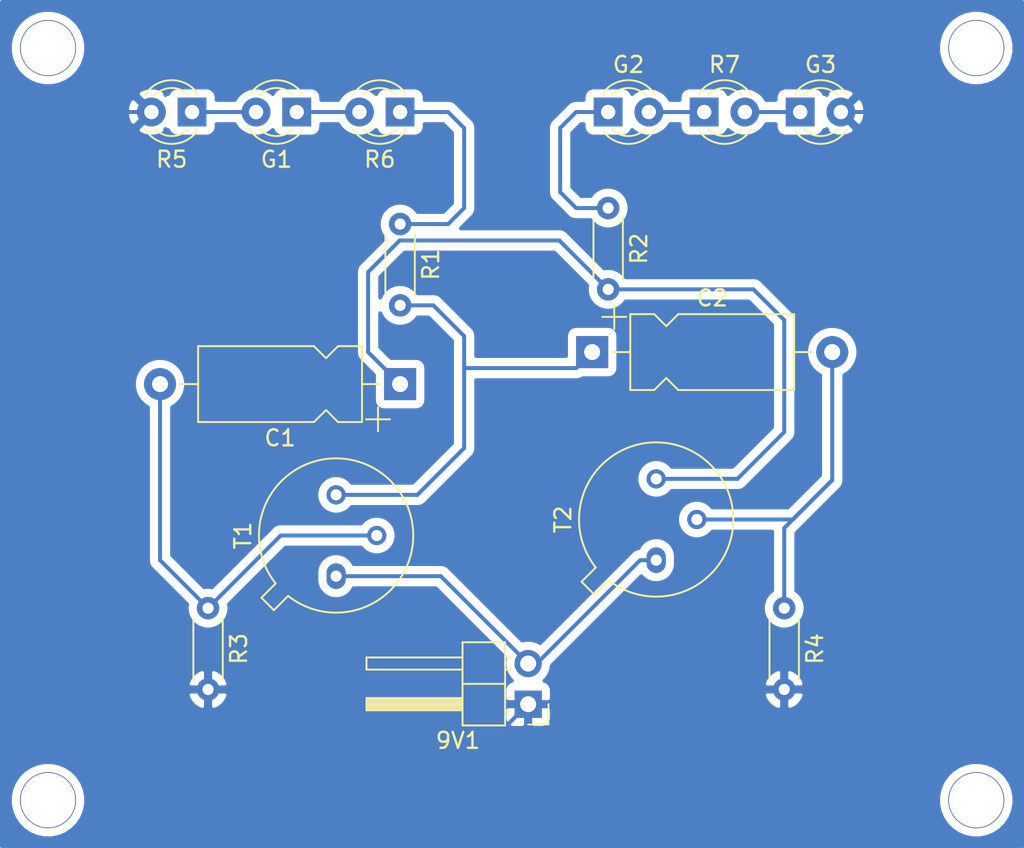
<source format=kicad_pcb>
(kicad_pcb (version 20171130) (host pcbnew "(5.1.12)-1")

  (general
    (thickness 1.6)
    (drawings 7)
    (tracks 70)
    (zones 0)
    (modules 15)
    (nets 13)
  )

  (page A4)
  (layers
    (0 F.Cu signal)
    (31 B.Cu signal)
    (32 B.Adhes user hide)
    (33 F.Adhes user hide)
    (34 B.Paste user hide)
    (35 F.Paste user hide)
    (36 B.SilkS user hide)
    (37 F.SilkS user)
    (38 B.Mask user)
    (39 F.Mask user hide)
    (40 Dwgs.User user hide)
    (41 Cmts.User user hide)
    (42 Eco1.User user hide)
    (43 Eco2.User user)
    (44 Edge.Cuts user)
    (45 Margin user hide)
    (46 B.CrtYd user hide)
    (47 F.CrtYd user hide)
    (48 B.Fab user hide)
    (49 F.Fab user)
  )

  (setup
    (last_trace_width 0.25)
    (trace_clearance 0.2)
    (zone_clearance 0.508)
    (zone_45_only no)
    (trace_min 0.2)
    (via_size 0.8)
    (via_drill 0.4)
    (via_min_size 0.4)
    (via_min_drill 0.3)
    (uvia_size 0.3)
    (uvia_drill 0.1)
    (uvias_allowed no)
    (uvia_min_size 0.2)
    (uvia_min_drill 0.1)
    (edge_width 0.05)
    (segment_width 0.2)
    (pcb_text_width 0.3)
    (pcb_text_size 1.5 1.5)
    (mod_edge_width 0.12)
    (mod_text_size 1 1)
    (mod_text_width 0.15)
    (pad_size 1.524 1.524)
    (pad_drill 0.762)
    (pad_to_mask_clearance 0)
    (aux_axis_origin 0 0)
    (visible_elements 7FFFFFFF)
    (pcbplotparams
      (layerselection 0x010fc_ffffffff)
      (usegerberextensions false)
      (usegerberattributes true)
      (usegerberadvancedattributes true)
      (creategerberjobfile true)
      (excludeedgelayer true)
      (linewidth 0.100000)
      (plotframeref false)
      (viasonmask false)
      (mode 1)
      (useauxorigin false)
      (hpglpennumber 1)
      (hpglpenspeed 20)
      (hpglpendiameter 15.000000)
      (psnegative false)
      (psa4output false)
      (plotreference true)
      (plotvalue true)
      (plotinvisibletext false)
      (padsonsilk false)
      (subtractmaskfromsilk false)
      (outputformat 1)
      (mirror false)
      (drillshape 0)
      (scaleselection 1)
      (outputdirectory "gerber/"))
  )

  (net 0 "")
  (net 1 "Net-(9V1-Pad2)")
  (net 2 "Net-(C1-Pad2)")
  (net 3 "Net-(C1-Pad1)")
  (net 4 "Net-(C2-Pad2)")
  (net 5 "Net-(C2-Pad1)")
  (net 6 "Net-(G1-Pad2)")
  (net 7 "Net-(G1-Pad1)")
  (net 8 "Net-(G2-Pad2)")
  (net 9 "Net-(G2-Pad1)")
  (net 10 "Net-(G3-Pad1)")
  (net 11 "Net-(R1-Pad1)")
  (net 12 Earth)

  (net_class Default "This is the default net class."
    (clearance 0.2)
    (trace_width 0.25)
    (via_dia 0.8)
    (via_drill 0.4)
    (uvia_dia 0.3)
    (uvia_drill 0.1)
    (add_net Earth)
    (add_net "Net-(9V1-Pad2)")
    (add_net "Net-(C1-Pad1)")
    (add_net "Net-(C1-Pad2)")
    (add_net "Net-(C2-Pad1)")
    (add_net "Net-(C2-Pad2)")
    (add_net "Net-(G1-Pad1)")
    (add_net "Net-(G1-Pad2)")
    (add_net "Net-(G2-Pad1)")
    (add_net "Net-(G2-Pad2)")
    (add_net "Net-(G3-Pad1)")
    (add_net "Net-(R1-Pad1)")
  )

  (module Package_TO_SOT_THT:TO-39-3 (layer F.Cu) (tedit 5A02FF81) (tstamp 64D88092)
    (at 172 101 90)
    (descr TO-39-3)
    (tags TO-39-3)
    (path /64D9DCF3)
    (fp_text reference T2 (at 2.54 -5.82 90) (layer F.SilkS)
      (effects (font (size 1 1) (thickness 0.15)))
    )
    (fp_text value "BC 547" (at 2.54 5.82 90) (layer F.Fab)
      (effects (font (size 1 1) (thickness 0.15)))
    )
    (fp_circle (center 2.54 0) (end 6.79 0) (layer F.Fab) (width 0.1))
    (fp_line (start 7.49 -4.95) (end -2.41 -4.95) (layer F.CrtYd) (width 0.05))
    (fp_line (start 7.49 4.95) (end 7.49 -4.95) (layer F.CrtYd) (width 0.05))
    (fp_line (start -2.41 4.95) (end 7.49 4.95) (layer F.CrtYd) (width 0.05))
    (fp_line (start -2.41 -4.95) (end -2.41 4.95) (layer F.CrtYd) (width 0.05))
    (fp_line (start -2.125856 -3.888039) (end -1.234902 -2.997084) (layer F.SilkS) (width 0.12))
    (fp_line (start -1.348039 -4.665856) (end -2.125856 -3.888039) (layer F.SilkS) (width 0.12))
    (fp_line (start -0.457084 -3.774902) (end -1.348039 -4.665856) (layer F.SilkS) (width 0.12))
    (fp_line (start -1.879621 -3.81151) (end -1.07352 -3.005408) (layer F.Fab) (width 0.1))
    (fp_line (start -1.27151 -4.419621) (end -1.879621 -3.81151) (layer F.Fab) (width 0.1))
    (fp_line (start -0.465408 -3.61352) (end -1.27151 -4.419621) (layer F.Fab) (width 0.1))
    (fp_arc (start 2.54 0) (end -0.457084 -3.774902) (angle 346.9) (layer F.SilkS) (width 0.12))
    (fp_arc (start 2.54 0) (end -0.465408 -3.61352) (angle 349.5) (layer F.Fab) (width 0.1))
    (fp_text user %R (at 2.54 -5.82 90) (layer F.Fab)
      (effects (font (size 1 1) (thickness 0.15)))
    )
    (pad 3 thru_hole oval (at 5.08 0 90) (size 1.2 1.2) (drill 0.7) (layers *.Cu *.Mask)
      (net 3 "Net-(C1-Pad1)"))
    (pad 2 thru_hole oval (at 2.54 2.54 90) (size 1.2 1.2) (drill 0.7) (layers *.Cu *.Mask)
      (net 4 "Net-(C2-Pad2)"))
    (pad 1 thru_hole oval (at 0 0 90) (size 1.6 1.2) (drill 0.7) (layers *.Cu *.Mask)
      (net 1 "Net-(9V1-Pad2)"))
    (model ${KISYS3DMOD}/Package_TO_SOT_THT.3dshapes/TO-39-3.wrl
      (at (xyz 0 0 0))
      (scale (xyz 1 1 1))
      (rotate (xyz 0 0 0))
    )
  )

  (module Package_TO_SOT_THT:TO-39-3 (layer F.Cu) (tedit 5A02FF81) (tstamp 64D8807D)
    (at 152 102 90)
    (descr TO-39-3)
    (tags TO-39-3)
    (path /64D950C8)
    (fp_text reference T1 (at 2.54 -5.82 90) (layer F.SilkS)
      (effects (font (size 1 1) (thickness 0.15)))
    )
    (fp_text value "BC 547" (at 2.54 5.82 90) (layer F.Fab)
      (effects (font (size 1 1) (thickness 0.15)))
    )
    (fp_circle (center 2.54 0) (end 6.79 0) (layer F.Fab) (width 0.1))
    (fp_line (start 7.49 -4.95) (end -2.41 -4.95) (layer F.CrtYd) (width 0.05))
    (fp_line (start 7.49 4.95) (end 7.49 -4.95) (layer F.CrtYd) (width 0.05))
    (fp_line (start -2.41 4.95) (end 7.49 4.95) (layer F.CrtYd) (width 0.05))
    (fp_line (start -2.41 -4.95) (end -2.41 4.95) (layer F.CrtYd) (width 0.05))
    (fp_line (start -2.125856 -3.888039) (end -1.234902 -2.997084) (layer F.SilkS) (width 0.12))
    (fp_line (start -1.348039 -4.665856) (end -2.125856 -3.888039) (layer F.SilkS) (width 0.12))
    (fp_line (start -0.457084 -3.774902) (end -1.348039 -4.665856) (layer F.SilkS) (width 0.12))
    (fp_line (start -1.879621 -3.81151) (end -1.07352 -3.005408) (layer F.Fab) (width 0.1))
    (fp_line (start -1.27151 -4.419621) (end -1.879621 -3.81151) (layer F.Fab) (width 0.1))
    (fp_line (start -0.465408 -3.61352) (end -1.27151 -4.419621) (layer F.Fab) (width 0.1))
    (fp_arc (start 2.54 0) (end -0.457084 -3.774902) (angle 346.9) (layer F.SilkS) (width 0.12))
    (fp_arc (start 2.54 0) (end -0.465408 -3.61352) (angle 349.5) (layer F.Fab) (width 0.1))
    (fp_text user %R (at 2.54 -5.82 90) (layer F.Fab)
      (effects (font (size 1 1) (thickness 0.15)))
    )
    (pad 3 thru_hole oval (at 5.08 0 90) (size 1.2 1.2) (drill 0.7) (layers *.Cu *.Mask)
      (net 5 "Net-(C2-Pad1)"))
    (pad 2 thru_hole oval (at 2.54 2.54 90) (size 1.2 1.2) (drill 0.7) (layers *.Cu *.Mask)
      (net 2 "Net-(C1-Pad2)"))
    (pad 1 thru_hole oval (at 0 0 90) (size 1.6 1.2) (drill 0.7) (layers *.Cu *.Mask)
      (net 1 "Net-(9V1-Pad2)"))
    (model ${KISYS3DMOD}/Package_TO_SOT_THT.3dshapes/TO-39-3.wrl
      (at (xyz 0 0 0))
      (scale (xyz 1 1 1))
      (rotate (xyz 0 0 0))
    )
  )

  (module LED_THT:LED_D3.0mm (layer F.Cu) (tedit 587A3A7B) (tstamp 64D88068)
    (at 175 73)
    (descr "LED, diameter 3.0mm, 2 pins")
    (tags "LED diameter 3.0mm 2 pins")
    (path /64D88D3A)
    (fp_text reference R7 (at 1.27 -2.96) (layer F.SilkS)
      (effects (font (size 1 1) (thickness 0.15)))
    )
    (fp_text value D5 (at 1.27 2.96) (layer F.Fab)
      (effects (font (size 1 1) (thickness 0.15)))
    )
    (fp_line (start 3.7 -2.25) (end -1.15 -2.25) (layer F.CrtYd) (width 0.05))
    (fp_line (start 3.7 2.25) (end 3.7 -2.25) (layer F.CrtYd) (width 0.05))
    (fp_line (start -1.15 2.25) (end 3.7 2.25) (layer F.CrtYd) (width 0.05))
    (fp_line (start -1.15 -2.25) (end -1.15 2.25) (layer F.CrtYd) (width 0.05))
    (fp_line (start -0.29 1.08) (end -0.29 1.236) (layer F.SilkS) (width 0.12))
    (fp_line (start -0.29 -1.236) (end -0.29 -1.08) (layer F.SilkS) (width 0.12))
    (fp_line (start -0.23 -1.16619) (end -0.23 1.16619) (layer F.Fab) (width 0.1))
    (fp_circle (center 1.27 0) (end 2.77 0) (layer F.Fab) (width 0.1))
    (fp_arc (start 1.27 0) (end 0.229039 1.08) (angle -87.9) (layer F.SilkS) (width 0.12))
    (fp_arc (start 1.27 0) (end 0.229039 -1.08) (angle 87.9) (layer F.SilkS) (width 0.12))
    (fp_arc (start 1.27 0) (end -0.29 1.235516) (angle -108.8) (layer F.SilkS) (width 0.12))
    (fp_arc (start 1.27 0) (end -0.29 -1.235516) (angle 108.8) (layer F.SilkS) (width 0.12))
    (fp_arc (start 1.27 0) (end -0.23 -1.16619) (angle 284.3) (layer F.Fab) (width 0.1))
    (pad 2 thru_hole circle (at 2.54 0) (size 1.8 1.8) (drill 0.9) (layers *.Cu *.Mask)
      (net 10 "Net-(G3-Pad1)"))
    (pad 1 thru_hole rect (at 0 0) (size 1.8 1.8) (drill 0.9) (layers *.Cu *.Mask)
      (net 8 "Net-(G2-Pad2)"))
    (model ${KISYS3DMOD}/LED_THT.3dshapes/LED_D3.0mm.wrl
      (at (xyz 0 0 0))
      (scale (xyz 1 1 1))
      (rotate (xyz 0 0 0))
    )
  )

  (module LED_THT:LED_D3.0mm (layer F.Cu) (tedit 587A3A7B) (tstamp 64D88055)
    (at 156 73 180)
    (descr "LED, diameter 3.0mm, 2 pins")
    (tags "LED diameter 3.0mm 2 pins")
    (path /64D8801D)
    (fp_text reference R6 (at 1.27 -2.96) (layer F.SilkS)
      (effects (font (size 1 1) (thickness 0.15)))
    )
    (fp_text value D3 (at 1.27 2.96) (layer F.Fab)
      (effects (font (size 1 1) (thickness 0.15)))
    )
    (fp_line (start 3.7 -2.25) (end -1.15 -2.25) (layer F.CrtYd) (width 0.05))
    (fp_line (start 3.7 2.25) (end 3.7 -2.25) (layer F.CrtYd) (width 0.05))
    (fp_line (start -1.15 2.25) (end 3.7 2.25) (layer F.CrtYd) (width 0.05))
    (fp_line (start -1.15 -2.25) (end -1.15 2.25) (layer F.CrtYd) (width 0.05))
    (fp_line (start -0.29 1.08) (end -0.29 1.236) (layer F.SilkS) (width 0.12))
    (fp_line (start -0.29 -1.236) (end -0.29 -1.08) (layer F.SilkS) (width 0.12))
    (fp_line (start -0.23 -1.16619) (end -0.23 1.16619) (layer F.Fab) (width 0.1))
    (fp_circle (center 1.27 0) (end 2.77 0) (layer F.Fab) (width 0.1))
    (fp_arc (start 1.27 0) (end 0.229039 1.08) (angle -87.9) (layer F.SilkS) (width 0.12))
    (fp_arc (start 1.27 0) (end 0.229039 -1.08) (angle 87.9) (layer F.SilkS) (width 0.12))
    (fp_arc (start 1.27 0) (end -0.29 1.235516) (angle -108.8) (layer F.SilkS) (width 0.12))
    (fp_arc (start 1.27 0) (end -0.29 -1.235516) (angle 108.8) (layer F.SilkS) (width 0.12))
    (fp_arc (start 1.27 0) (end -0.23 -1.16619) (angle 284.3) (layer F.Fab) (width 0.1))
    (pad 2 thru_hole circle (at 2.54 0 180) (size 1.8 1.8) (drill 0.9) (layers *.Cu *.Mask)
      (net 7 "Net-(G1-Pad1)"))
    (pad 1 thru_hole rect (at 0 0 180) (size 1.8 1.8) (drill 0.9) (layers *.Cu *.Mask)
      (net 11 "Net-(R1-Pad1)"))
    (model ${KISYS3DMOD}/LED_THT.3dshapes/LED_D3.0mm.wrl
      (at (xyz 0 0 0))
      (scale (xyz 1 1 1))
      (rotate (xyz 0 0 0))
    )
  )

  (module LED_THT:LED_D3.0mm (layer F.Cu) (tedit 587A3A7B) (tstamp 64D88042)
    (at 143 73 180)
    (descr "LED, diameter 3.0mm, 2 pins")
    (tags "LED diameter 3.0mm 2 pins")
    (path /64D866FE)
    (fp_text reference R5 (at 1.27 -2.96) (layer F.SilkS)
      (effects (font (size 1 1) (thickness 0.15)))
    )
    (fp_text value D1 (at 1.27 2.96) (layer F.Fab)
      (effects (font (size 1 1) (thickness 0.15)))
    )
    (fp_line (start 3.7 -2.25) (end -1.15 -2.25) (layer F.CrtYd) (width 0.05))
    (fp_line (start 3.7 2.25) (end 3.7 -2.25) (layer F.CrtYd) (width 0.05))
    (fp_line (start -1.15 2.25) (end 3.7 2.25) (layer F.CrtYd) (width 0.05))
    (fp_line (start -1.15 -2.25) (end -1.15 2.25) (layer F.CrtYd) (width 0.05))
    (fp_line (start -0.29 1.08) (end -0.29 1.236) (layer F.SilkS) (width 0.12))
    (fp_line (start -0.29 -1.236) (end -0.29 -1.08) (layer F.SilkS) (width 0.12))
    (fp_line (start -0.23 -1.16619) (end -0.23 1.16619) (layer F.Fab) (width 0.1))
    (fp_circle (center 1.27 0) (end 2.77 0) (layer F.Fab) (width 0.1))
    (fp_arc (start 1.27 0) (end 0.229039 1.08) (angle -87.9) (layer F.SilkS) (width 0.12))
    (fp_arc (start 1.27 0) (end 0.229039 -1.08) (angle 87.9) (layer F.SilkS) (width 0.12))
    (fp_arc (start 1.27 0) (end -0.29 1.235516) (angle -108.8) (layer F.SilkS) (width 0.12))
    (fp_arc (start 1.27 0) (end -0.29 -1.235516) (angle 108.8) (layer F.SilkS) (width 0.12))
    (fp_arc (start 1.27 0) (end -0.23 -1.16619) (angle 284.3) (layer F.Fab) (width 0.1))
    (pad 2 thru_hole circle (at 2.54 0 180) (size 1.8 1.8) (drill 0.9) (layers *.Cu *.Mask)
      (net 12 Earth))
    (pad 1 thru_hole rect (at 0 0 180) (size 1.8 1.8) (drill 0.9) (layers *.Cu *.Mask)
      (net 6 "Net-(G1-Pad2)"))
    (model ${KISYS3DMOD}/LED_THT.3dshapes/LED_D3.0mm.wrl
      (at (xyz 0 0 0))
      (scale (xyz 1 1 1))
      (rotate (xyz 0 0 0))
    )
  )

  (module Resistor_THT:R_Axial_DIN0204_L3.6mm_D1.6mm_P5.08mm_Horizontal (layer F.Cu) (tedit 5AE5139B) (tstamp 64D8802F)
    (at 180 104 270)
    (descr "Resistor, Axial_DIN0204 series, Axial, Horizontal, pin pitch=5.08mm, 0.167W, length*diameter=3.6*1.6mm^2, http://cdn-reichelt.de/documents/datenblatt/B400/1_4W%23YAG.pdf")
    (tags "Resistor Axial_DIN0204 series Axial Horizontal pin pitch 5.08mm 0.167W length 3.6mm diameter 1.6mm")
    (path /64DA5350)
    (fp_text reference R4 (at 2.54 -1.92 90) (layer F.SilkS)
      (effects (font (size 1 1) (thickness 0.15)))
    )
    (fp_text value 47K (at 2.54 1.92 90) (layer F.Fab)
      (effects (font (size 1 1) (thickness 0.15)))
    )
    (fp_line (start 6.03 -1.05) (end -0.95 -1.05) (layer F.CrtYd) (width 0.05))
    (fp_line (start 6.03 1.05) (end 6.03 -1.05) (layer F.CrtYd) (width 0.05))
    (fp_line (start -0.95 1.05) (end 6.03 1.05) (layer F.CrtYd) (width 0.05))
    (fp_line (start -0.95 -1.05) (end -0.95 1.05) (layer F.CrtYd) (width 0.05))
    (fp_line (start 0.62 0.92) (end 4.46 0.92) (layer F.SilkS) (width 0.12))
    (fp_line (start 0.62 -0.92) (end 4.46 -0.92) (layer F.SilkS) (width 0.12))
    (fp_line (start 5.08 0) (end 4.34 0) (layer F.Fab) (width 0.1))
    (fp_line (start 0 0) (end 0.74 0) (layer F.Fab) (width 0.1))
    (fp_line (start 4.34 -0.8) (end 0.74 -0.8) (layer F.Fab) (width 0.1))
    (fp_line (start 4.34 0.8) (end 4.34 -0.8) (layer F.Fab) (width 0.1))
    (fp_line (start 0.74 0.8) (end 4.34 0.8) (layer F.Fab) (width 0.1))
    (fp_line (start 0.74 -0.8) (end 0.74 0.8) (layer F.Fab) (width 0.1))
    (fp_text user %R (at 3.124999 0 90) (layer F.Fab)
      (effects (font (size 0.72 0.72) (thickness 0.108)))
    )
    (pad 2 thru_hole oval (at 5.08 0 270) (size 1.4 1.4) (drill 0.7) (layers *.Cu *.Mask)
      (net 12 Earth))
    (pad 1 thru_hole circle (at 0 0 270) (size 1.4 1.4) (drill 0.7) (layers *.Cu *.Mask)
      (net 4 "Net-(C2-Pad2)"))
    (model ${KISYS3DMOD}/Resistor_THT.3dshapes/R_Axial_DIN0204_L3.6mm_D1.6mm_P5.08mm_Horizontal.wrl
      (at (xyz 0 0 0))
      (scale (xyz 1 1 1))
      (rotate (xyz 0 0 0))
    )
  )

  (module Resistor_THT:R_Axial_DIN0204_L3.6mm_D1.6mm_P5.08mm_Horizontal (layer F.Cu) (tedit 5AE5139B) (tstamp 64D8801C)
    (at 144 104 270)
    (descr "Resistor, Axial_DIN0204 series, Axial, Horizontal, pin pitch=5.08mm, 0.167W, length*diameter=3.6*1.6mm^2, http://cdn-reichelt.de/documents/datenblatt/B400/1_4W%23YAG.pdf")
    (tags "Resistor Axial_DIN0204 series Axial Horizontal pin pitch 5.08mm 0.167W length 3.6mm diameter 1.6mm")
    (path /64DA345E)
    (fp_text reference R3 (at 2.54 -1.92 90) (layer F.SilkS)
      (effects (font (size 1 1) (thickness 0.15)))
    )
    (fp_text value 47K (at 2.54 1.92 90) (layer F.Fab)
      (effects (font (size 1 1) (thickness 0.15)))
    )
    (fp_line (start 6.03 -1.05) (end -0.95 -1.05) (layer F.CrtYd) (width 0.05))
    (fp_line (start 6.03 1.05) (end 6.03 -1.05) (layer F.CrtYd) (width 0.05))
    (fp_line (start -0.95 1.05) (end 6.03 1.05) (layer F.CrtYd) (width 0.05))
    (fp_line (start -0.95 -1.05) (end -0.95 1.05) (layer F.CrtYd) (width 0.05))
    (fp_line (start 0.62 0.92) (end 4.46 0.92) (layer F.SilkS) (width 0.12))
    (fp_line (start 0.62 -0.92) (end 4.46 -0.92) (layer F.SilkS) (width 0.12))
    (fp_line (start 5.08 0) (end 4.34 0) (layer F.Fab) (width 0.1))
    (fp_line (start 0 0) (end 0.74 0) (layer F.Fab) (width 0.1))
    (fp_line (start 4.34 -0.8) (end 0.74 -0.8) (layer F.Fab) (width 0.1))
    (fp_line (start 4.34 0.8) (end 4.34 -0.8) (layer F.Fab) (width 0.1))
    (fp_line (start 0.74 0.8) (end 4.34 0.8) (layer F.Fab) (width 0.1))
    (fp_line (start 0.74 -0.8) (end 0.74 0.8) (layer F.Fab) (width 0.1))
    (fp_text user %R (at 2.54 0 90) (layer F.Fab)
      (effects (font (size 0.72 0.72) (thickness 0.108)))
    )
    (pad 2 thru_hole oval (at 5.08 0 270) (size 1.4 1.4) (drill 0.7) (layers *.Cu *.Mask)
      (net 12 Earth))
    (pad 1 thru_hole circle (at 0 0 270) (size 1.4 1.4) (drill 0.7) (layers *.Cu *.Mask)
      (net 2 "Net-(C1-Pad2)"))
    (model ${KISYS3DMOD}/Resistor_THT.3dshapes/R_Axial_DIN0204_L3.6mm_D1.6mm_P5.08mm_Horizontal.wrl
      (at (xyz 0 0 0))
      (scale (xyz 1 1 1))
      (rotate (xyz 0 0 0))
    )
  )

  (module Resistor_THT:R_Axial_DIN0204_L3.6mm_D1.6mm_P5.08mm_Horizontal (layer F.Cu) (tedit 5AE5139B) (tstamp 64D88009)
    (at 169 79 270)
    (descr "Resistor, Axial_DIN0204 series, Axial, Horizontal, pin pitch=5.08mm, 0.167W, length*diameter=3.6*1.6mm^2, http://cdn-reichelt.de/documents/datenblatt/B400/1_4W%23YAG.pdf")
    (tags "Resistor Axial_DIN0204 series Axial Horizontal pin pitch 5.08mm 0.167W length 3.6mm diameter 1.6mm")
    (path /64D9047F)
    (fp_text reference R2 (at 2.54 -1.92 90) (layer F.SilkS)
      (effects (font (size 1 1) (thickness 0.15)))
    )
    (fp_text value "100 ohms" (at 2.54 1.92 90) (layer F.Fab)
      (effects (font (size 1 1) (thickness 0.15)))
    )
    (fp_line (start 6.03 -1.05) (end -0.95 -1.05) (layer F.CrtYd) (width 0.05))
    (fp_line (start 6.03 1.05) (end 6.03 -1.05) (layer F.CrtYd) (width 0.05))
    (fp_line (start -0.95 1.05) (end 6.03 1.05) (layer F.CrtYd) (width 0.05))
    (fp_line (start -0.95 -1.05) (end -0.95 1.05) (layer F.CrtYd) (width 0.05))
    (fp_line (start 0.62 0.92) (end 4.46 0.92) (layer F.SilkS) (width 0.12))
    (fp_line (start 0.62 -0.92) (end 4.46 -0.92) (layer F.SilkS) (width 0.12))
    (fp_line (start 5.08 0) (end 4.34 0) (layer F.Fab) (width 0.1))
    (fp_line (start 0 0) (end 0.74 0) (layer F.Fab) (width 0.1))
    (fp_line (start 4.34 -0.8) (end 0.74 -0.8) (layer F.Fab) (width 0.1))
    (fp_line (start 4.34 0.8) (end 4.34 -0.8) (layer F.Fab) (width 0.1))
    (fp_line (start 0.74 0.8) (end 4.34 0.8) (layer F.Fab) (width 0.1))
    (fp_line (start 0.74 -0.8) (end 0.74 0.8) (layer F.Fab) (width 0.1))
    (fp_text user %R (at 2.54 0 90) (layer F.Fab)
      (effects (font (size 0.72 0.72) (thickness 0.108)))
    )
    (pad 2 thru_hole oval (at 5.08 0 270) (size 1.4 1.4) (drill 0.7) (layers *.Cu *.Mask)
      (net 3 "Net-(C1-Pad1)"))
    (pad 1 thru_hole circle (at 0 0 270) (size 1.4 1.4) (drill 0.7) (layers *.Cu *.Mask)
      (net 9 "Net-(G2-Pad1)"))
    (model ${KISYS3DMOD}/Resistor_THT.3dshapes/R_Axial_DIN0204_L3.6mm_D1.6mm_P5.08mm_Horizontal.wrl
      (at (xyz 0 0 0))
      (scale (xyz 1 1 1))
      (rotate (xyz 0 0 0))
    )
  )

  (module Resistor_THT:R_Axial_DIN0204_L3.6mm_D1.6mm_P5.08mm_Horizontal (layer F.Cu) (tedit 5AE5139B) (tstamp 64D87FF6)
    (at 156 80 270)
    (descr "Resistor, Axial_DIN0204 series, Axial, Horizontal, pin pitch=5.08mm, 0.167W, length*diameter=3.6*1.6mm^2, http://cdn-reichelt.de/documents/datenblatt/B400/1_4W%23YAG.pdf")
    (tags "Resistor Axial_DIN0204 series Axial Horizontal pin pitch 5.08mm 0.167W length 3.6mm diameter 1.6mm")
    (path /64D8EE78)
    (fp_text reference R1 (at 2.54 -1.92 90) (layer F.SilkS)
      (effects (font (size 1 1) (thickness 0.15)))
    )
    (fp_text value "100 ohms" (at 2.54 1.92 90) (layer F.Fab)
      (effects (font (size 1 1) (thickness 0.15)))
    )
    (fp_line (start 6.03 -1.05) (end -0.95 -1.05) (layer F.CrtYd) (width 0.05))
    (fp_line (start 6.03 1.05) (end 6.03 -1.05) (layer F.CrtYd) (width 0.05))
    (fp_line (start -0.95 1.05) (end 6.03 1.05) (layer F.CrtYd) (width 0.05))
    (fp_line (start -0.95 -1.05) (end -0.95 1.05) (layer F.CrtYd) (width 0.05))
    (fp_line (start 0.62 0.92) (end 4.46 0.92) (layer F.SilkS) (width 0.12))
    (fp_line (start 0.62 -0.92) (end 4.46 -0.92) (layer F.SilkS) (width 0.12))
    (fp_line (start 5.08 0) (end 4.34 0) (layer F.Fab) (width 0.1))
    (fp_line (start 0 0) (end 0.74 0) (layer F.Fab) (width 0.1))
    (fp_line (start 4.34 -0.8) (end 0.74 -0.8) (layer F.Fab) (width 0.1))
    (fp_line (start 4.34 0.8) (end 4.34 -0.8) (layer F.Fab) (width 0.1))
    (fp_line (start 0.74 0.8) (end 4.34 0.8) (layer F.Fab) (width 0.1))
    (fp_line (start 0.74 -0.8) (end 0.74 0.8) (layer F.Fab) (width 0.1))
    (fp_text user %R (at 2.54 0 90) (layer F.Fab)
      (effects (font (size 0.72 0.72) (thickness 0.108)))
    )
    (pad 2 thru_hole oval (at 5.08 0 270) (size 1.4 1.4) (drill 0.7) (layers *.Cu *.Mask)
      (net 5 "Net-(C2-Pad1)"))
    (pad 1 thru_hole circle (at 0 0 270) (size 1.4 1.4) (drill 0.7) (layers *.Cu *.Mask)
      (net 11 "Net-(R1-Pad1)"))
    (model ${KISYS3DMOD}/Resistor_THT.3dshapes/R_Axial_DIN0204_L3.6mm_D1.6mm_P5.08mm_Horizontal.wrl
      (at (xyz 0 0 0))
      (scale (xyz 1 1 1))
      (rotate (xyz 0 0 0))
    )
  )

  (module LED_THT:LED_D3.0mm (layer F.Cu) (tedit 587A3A7B) (tstamp 64D87FE3)
    (at 181 73)
    (descr "LED, diameter 3.0mm, 2 pins")
    (tags "LED diameter 3.0mm 2 pins")
    (path /64D8908D)
    (fp_text reference G3 (at 1.27 -2.96) (layer F.SilkS)
      (effects (font (size 1 1) (thickness 0.15)))
    )
    (fp_text value G (at 1.27 2.96) (layer F.Fab)
      (effects (font (size 1 1) (thickness 0.15)))
    )
    (fp_line (start 3.7 -2.25) (end -1.15 -2.25) (layer F.CrtYd) (width 0.05))
    (fp_line (start 3.7 2.25) (end 3.7 -2.25) (layer F.CrtYd) (width 0.05))
    (fp_line (start -1.15 2.25) (end 3.7 2.25) (layer F.CrtYd) (width 0.05))
    (fp_line (start -1.15 -2.25) (end -1.15 2.25) (layer F.CrtYd) (width 0.05))
    (fp_line (start -0.29 1.08) (end -0.29 1.236) (layer F.SilkS) (width 0.12))
    (fp_line (start -0.29 -1.236) (end -0.29 -1.08) (layer F.SilkS) (width 0.12))
    (fp_line (start -0.23 -1.16619) (end -0.23 1.16619) (layer F.Fab) (width 0.1))
    (fp_circle (center 1.27 0) (end 2.77 0) (layer F.Fab) (width 0.1))
    (fp_arc (start 1.27 0) (end 0.229039 1.08) (angle -87.9) (layer F.SilkS) (width 0.12))
    (fp_arc (start 1.27 0) (end 0.229039 -1.08) (angle 87.9) (layer F.SilkS) (width 0.12))
    (fp_arc (start 1.27 0) (end -0.29 1.235516) (angle -108.8) (layer F.SilkS) (width 0.12))
    (fp_arc (start 1.27 0) (end -0.29 -1.235516) (angle 108.8) (layer F.SilkS) (width 0.12))
    (fp_arc (start 1.27 0) (end -0.23 -1.16619) (angle 284.3) (layer F.Fab) (width 0.1))
    (pad 2 thru_hole circle (at 2.54 0) (size 1.8 1.8) (drill 0.9) (layers *.Cu *.Mask)
      (net 12 Earth))
    (pad 1 thru_hole rect (at 0 0) (size 1.8 1.8) (drill 0.9) (layers *.Cu *.Mask)
      (net 10 "Net-(G3-Pad1)"))
    (model ${KISYS3DMOD}/LED_THT.3dshapes/LED_D3.0mm.wrl
      (at (xyz 0 0 0))
      (scale (xyz 1 1 1))
      (rotate (xyz 0 0 0))
    )
  )

  (module LED_THT:LED_D3.0mm (layer F.Cu) (tedit 587A3A7B) (tstamp 64D87FD0)
    (at 169 73)
    (descr "LED, diameter 3.0mm, 2 pins")
    (tags "LED diameter 3.0mm 2 pins")
    (path /64D88A66)
    (fp_text reference G2 (at 1.27 -2.96) (layer F.SilkS)
      (effects (font (size 1 1) (thickness 0.15)))
    )
    (fp_text value D4 (at 1.27 2.96) (layer F.Fab)
      (effects (font (size 1 1) (thickness 0.15)))
    )
    (fp_line (start 3.7 -2.25) (end -1.15 -2.25) (layer F.CrtYd) (width 0.05))
    (fp_line (start 3.7 2.25) (end 3.7 -2.25) (layer F.CrtYd) (width 0.05))
    (fp_line (start -1.15 2.25) (end 3.7 2.25) (layer F.CrtYd) (width 0.05))
    (fp_line (start -1.15 -2.25) (end -1.15 2.25) (layer F.CrtYd) (width 0.05))
    (fp_line (start -0.29 1.08) (end -0.29 1.236) (layer F.SilkS) (width 0.12))
    (fp_line (start -0.29 -1.236) (end -0.29 -1.08) (layer F.SilkS) (width 0.12))
    (fp_line (start -0.23 -1.16619) (end -0.23 1.16619) (layer F.Fab) (width 0.1))
    (fp_circle (center 1.27 0) (end 2.77 0) (layer F.Fab) (width 0.1))
    (fp_arc (start 1.27 0) (end 0.229039 1.08) (angle -87.9) (layer F.SilkS) (width 0.12))
    (fp_arc (start 1.27 0) (end 0.229039 -1.08) (angle 87.9) (layer F.SilkS) (width 0.12))
    (fp_arc (start 1.27 0) (end -0.29 1.235516) (angle -108.8) (layer F.SilkS) (width 0.12))
    (fp_arc (start 1.27 0) (end -0.29 -1.235516) (angle 108.8) (layer F.SilkS) (width 0.12))
    (fp_arc (start 1.27 0) (end -0.23 -1.16619) (angle 284.3) (layer F.Fab) (width 0.1))
    (pad 2 thru_hole circle (at 2.54 0) (size 1.8 1.8) (drill 0.9) (layers *.Cu *.Mask)
      (net 8 "Net-(G2-Pad2)"))
    (pad 1 thru_hole rect (at 0 0) (size 1.8 1.8) (drill 0.9) (layers *.Cu *.Mask)
      (net 9 "Net-(G2-Pad1)"))
    (model ${KISYS3DMOD}/LED_THT.3dshapes/LED_D3.0mm.wrl
      (at (xyz 0 0 0))
      (scale (xyz 1 1 1))
      (rotate (xyz 0 0 0))
    )
  )

  (module LED_THT:LED_D3.0mm (layer F.Cu) (tedit 587A3A7B) (tstamp 64D87FBD)
    (at 149.54 73 180)
    (descr "LED, diameter 3.0mm, 2 pins")
    (tags "LED diameter 3.0mm 2 pins")
    (path /64D8784E)
    (fp_text reference G1 (at 1.27 -2.96) (layer F.SilkS)
      (effects (font (size 1 1) (thickness 0.15)))
    )
    (fp_text value D2 (at 1.27 2.96) (layer F.Fab)
      (effects (font (size 1 1) (thickness 0.15)))
    )
    (fp_line (start 3.7 -2.25) (end -1.15 -2.25) (layer F.CrtYd) (width 0.05))
    (fp_line (start 3.7 2.25) (end 3.7 -2.25) (layer F.CrtYd) (width 0.05))
    (fp_line (start -1.15 2.25) (end 3.7 2.25) (layer F.CrtYd) (width 0.05))
    (fp_line (start -1.15 -2.25) (end -1.15 2.25) (layer F.CrtYd) (width 0.05))
    (fp_line (start -0.29 1.08) (end -0.29 1.236) (layer F.SilkS) (width 0.12))
    (fp_line (start -0.29 -1.236) (end -0.29 -1.08) (layer F.SilkS) (width 0.12))
    (fp_line (start -0.23 -1.16619) (end -0.23 1.16619) (layer F.Fab) (width 0.1))
    (fp_circle (center 1.27 0) (end 2.77 0) (layer F.Fab) (width 0.1))
    (fp_arc (start 1.27 0) (end 0.229039 1.08) (angle -87.9) (layer F.SilkS) (width 0.12))
    (fp_arc (start 1.27 0) (end 0.229039 -1.08) (angle 87.9) (layer F.SilkS) (width 0.12))
    (fp_arc (start 1.27 0) (end -0.29 1.235516) (angle -108.8) (layer F.SilkS) (width 0.12))
    (fp_arc (start 1.27 0) (end -0.29 -1.235516) (angle 108.8) (layer F.SilkS) (width 0.12))
    (fp_arc (start 1.27 0) (end -0.23 -1.16619) (angle 284.3) (layer F.Fab) (width 0.1))
    (pad 2 thru_hole circle (at 2.54 0 180) (size 1.8 1.8) (drill 0.9) (layers *.Cu *.Mask)
      (net 6 "Net-(G1-Pad2)"))
    (pad 1 thru_hole rect (at 0 0 180) (size 1.8 1.8) (drill 0.9) (layers *.Cu *.Mask)
      (net 7 "Net-(G1-Pad1)"))
    (model ${KISYS3DMOD}/LED_THT.3dshapes/LED_D3.0mm.wrl
      (at (xyz 0 0 0))
      (scale (xyz 1 1 1))
      (rotate (xyz 0 0 0))
    )
  )

  (module Capacitor_THT:CP_Axial_L10.0mm_D4.5mm_P15.00mm_Horizontal (layer F.Cu) (tedit 5AE50EF2) (tstamp 64D87FAA)
    (at 168 88)
    (descr "CP, Axial series, Axial, Horizontal, pin pitch=15mm, , length*diameter=10*4.5mm^2, Electrolytic Capacitor, , http://www.vishay.com/docs/28325/021asm.pdf")
    (tags "CP Axial series Axial Horizontal pin pitch 15mm  length 10mm diameter 4.5mm Electrolytic Capacitor")
    (path /64D93268)
    (fp_text reference C2 (at 7.5 -3.37) (layer F.SilkS)
      (effects (font (size 1 1) (thickness 0.15)))
    )
    (fp_text value "10uf 40V" (at 7.5 3.37) (layer F.Fab)
      (effects (font (size 1 1) (thickness 0.15)))
    )
    (fp_line (start 16.25 -2.5) (end -1.25 -2.5) (layer F.CrtYd) (width 0.05))
    (fp_line (start 16.25 2.5) (end 16.25 -2.5) (layer F.CrtYd) (width 0.05))
    (fp_line (start -1.25 2.5) (end 16.25 2.5) (layer F.CrtYd) (width 0.05))
    (fp_line (start -1.25 -2.5) (end -1.25 2.5) (layer F.CrtYd) (width 0.05))
    (fp_line (start 13.76 0) (end 12.62 0) (layer F.SilkS) (width 0.12))
    (fp_line (start 1.24 0) (end 2.38 0) (layer F.SilkS) (width 0.12))
    (fp_line (start 5.38 2.37) (end 12.62 2.37) (layer F.SilkS) (width 0.12))
    (fp_line (start 4.63 1.62) (end 5.38 2.37) (layer F.SilkS) (width 0.12))
    (fp_line (start 3.88 2.37) (end 4.63 1.62) (layer F.SilkS) (width 0.12))
    (fp_line (start 2.38 2.37) (end 3.88 2.37) (layer F.SilkS) (width 0.12))
    (fp_line (start 5.38 -2.37) (end 12.62 -2.37) (layer F.SilkS) (width 0.12))
    (fp_line (start 4.63 -1.62) (end 5.38 -2.37) (layer F.SilkS) (width 0.12))
    (fp_line (start 3.88 -2.37) (end 4.63 -1.62) (layer F.SilkS) (width 0.12))
    (fp_line (start 2.38 -2.37) (end 3.88 -2.37) (layer F.SilkS) (width 0.12))
    (fp_line (start 12.62 -2.37) (end 12.62 2.37) (layer F.SilkS) (width 0.12))
    (fp_line (start 2.38 -2.37) (end 2.38 2.37) (layer F.SilkS) (width 0.12))
    (fp_line (start 1.38 -2.95) (end 1.38 -1.45) (layer F.SilkS) (width 0.12))
    (fp_line (start 0.63 -2.2) (end 2.13 -2.2) (layer F.SilkS) (width 0.12))
    (fp_line (start 4.65 -0.75) (end 4.65 0.75) (layer F.Fab) (width 0.1))
    (fp_line (start 3.9 0) (end 5.4 0) (layer F.Fab) (width 0.1))
    (fp_line (start 15 0) (end 12.5 0) (layer F.Fab) (width 0.1))
    (fp_line (start 0 0) (end 2.5 0) (layer F.Fab) (width 0.1))
    (fp_line (start 5.38 2.25) (end 12.5 2.25) (layer F.Fab) (width 0.1))
    (fp_line (start 4.63 1.5) (end 5.38 2.25) (layer F.Fab) (width 0.1))
    (fp_line (start 3.88 2.25) (end 4.63 1.5) (layer F.Fab) (width 0.1))
    (fp_line (start 2.5 2.25) (end 3.88 2.25) (layer F.Fab) (width 0.1))
    (fp_line (start 5.38 -2.25) (end 12.5 -2.25) (layer F.Fab) (width 0.1))
    (fp_line (start 4.63 -1.5) (end 5.38 -2.25) (layer F.Fab) (width 0.1))
    (fp_line (start 3.88 -2.25) (end 4.63 -1.5) (layer F.Fab) (width 0.1))
    (fp_line (start 2.5 -2.25) (end 3.88 -2.25) (layer F.Fab) (width 0.1))
    (fp_line (start 12.5 -2.25) (end 12.5 2.25) (layer F.Fab) (width 0.1))
    (fp_line (start 2.5 -2.25) (end 2.5 2.25) (layer F.Fab) (width 0.1))
    (fp_text user %R (at 7.5 0) (layer F.Fab)
      (effects (font (size 1 1) (thickness 0.15)))
    )
    (pad 2 thru_hole oval (at 15 0) (size 2 2) (drill 1) (layers *.Cu *.Mask)
      (net 4 "Net-(C2-Pad2)"))
    (pad 1 thru_hole rect (at 0 0) (size 2 2) (drill 1) (layers *.Cu *.Mask)
      (net 5 "Net-(C2-Pad1)"))
    (model ${KISYS3DMOD}/Capacitor_THT.3dshapes/CP_Axial_L10.0mm_D4.5mm_P15.00mm_Horizontal.wrl
      (at (xyz 0 0 0))
      (scale (xyz 1 1 1))
      (rotate (xyz 0 0 0))
    )
  )

  (module Capacitor_THT:CP_Axial_L10.0mm_D4.5mm_P15.00mm_Horizontal (layer F.Cu) (tedit 5AE50EF2) (tstamp 64D87F83)
    (at 156 90 180)
    (descr "CP, Axial series, Axial, Horizontal, pin pitch=15mm, , length*diameter=10*4.5mm^2, Electrolytic Capacitor, , http://www.vishay.com/docs/28325/021asm.pdf")
    (tags "CP Axial series Axial Horizontal pin pitch 15mm  length 10mm diameter 4.5mm Electrolytic Capacitor")
    (path /64D91FFC)
    (fp_text reference C1 (at 7.5 -3.37) (layer F.SilkS)
      (effects (font (size 1 1) (thickness 0.15)))
    )
    (fp_text value " 10uf 40V" (at 7.5 3.37) (layer F.Fab)
      (effects (font (size 1 1) (thickness 0.15)))
    )
    (fp_line (start 16.25 -2.5) (end -1.25 -2.5) (layer F.CrtYd) (width 0.05))
    (fp_line (start 16.25 2.5) (end 16.25 -2.5) (layer F.CrtYd) (width 0.05))
    (fp_line (start -1.25 2.5) (end 16.25 2.5) (layer F.CrtYd) (width 0.05))
    (fp_line (start -1.25 -2.5) (end -1.25 2.5) (layer F.CrtYd) (width 0.05))
    (fp_line (start 13.76 0) (end 12.62 0) (layer F.SilkS) (width 0.12))
    (fp_line (start 1.24 0) (end 2.38 0) (layer F.SilkS) (width 0.12))
    (fp_line (start 5.38 2.37) (end 12.62 2.37) (layer F.SilkS) (width 0.12))
    (fp_line (start 4.63 1.62) (end 5.38 2.37) (layer F.SilkS) (width 0.12))
    (fp_line (start 3.88 2.37) (end 4.63 1.62) (layer F.SilkS) (width 0.12))
    (fp_line (start 2.38 2.37) (end 3.88 2.37) (layer F.SilkS) (width 0.12))
    (fp_line (start 5.38 -2.37) (end 12.62 -2.37) (layer F.SilkS) (width 0.12))
    (fp_line (start 4.63 -1.62) (end 5.38 -2.37) (layer F.SilkS) (width 0.12))
    (fp_line (start 3.88 -2.37) (end 4.63 -1.62) (layer F.SilkS) (width 0.12))
    (fp_line (start 2.38 -2.37) (end 3.88 -2.37) (layer F.SilkS) (width 0.12))
    (fp_line (start 12.62 -2.37) (end 12.62 2.37) (layer F.SilkS) (width 0.12))
    (fp_line (start 2.38 -2.37) (end 2.38 2.37) (layer F.SilkS) (width 0.12))
    (fp_line (start 1.38 -2.95) (end 1.38 -1.45) (layer F.SilkS) (width 0.12))
    (fp_line (start 0.63 -2.2) (end 2.13 -2.2) (layer F.SilkS) (width 0.12))
    (fp_line (start 4.65 -0.75) (end 4.65 0.75) (layer F.Fab) (width 0.1))
    (fp_line (start 3.9 0) (end 5.4 0) (layer F.Fab) (width 0.1))
    (fp_line (start 15 0) (end 12.5 0) (layer F.Fab) (width 0.1))
    (fp_line (start 0 0) (end 2.5 0) (layer F.Fab) (width 0.1))
    (fp_line (start 5.38 2.25) (end 12.5 2.25) (layer F.Fab) (width 0.1))
    (fp_line (start 4.63 1.5) (end 5.38 2.25) (layer F.Fab) (width 0.1))
    (fp_line (start 3.88 2.25) (end 4.63 1.5) (layer F.Fab) (width 0.1))
    (fp_line (start 2.5 2.25) (end 3.88 2.25) (layer F.Fab) (width 0.1))
    (fp_line (start 5.38 -2.25) (end 12.5 -2.25) (layer F.Fab) (width 0.1))
    (fp_line (start 4.63 -1.5) (end 5.38 -2.25) (layer F.Fab) (width 0.1))
    (fp_line (start 3.88 -2.25) (end 4.63 -1.5) (layer F.Fab) (width 0.1))
    (fp_line (start 2.5 -2.25) (end 3.88 -2.25) (layer F.Fab) (width 0.1))
    (fp_line (start 12.5 -2.25) (end 12.5 2.25) (layer F.Fab) (width 0.1))
    (fp_line (start 2.5 -2.25) (end 2.5 2.25) (layer F.Fab) (width 0.1))
    (fp_text user %R (at 7.5 0) (layer F.Fab)
      (effects (font (size 1 1) (thickness 0.15)))
    )
    (pad 2 thru_hole oval (at 15 0 180) (size 2 2) (drill 1) (layers *.Cu *.Mask)
      (net 2 "Net-(C1-Pad2)"))
    (pad 1 thru_hole rect (at 0 0 180) (size 2 2) (drill 1) (layers *.Cu *.Mask)
      (net 3 "Net-(C1-Pad1)"))
    (model ${KISYS3DMOD}/Capacitor_THT.3dshapes/CP_Axial_L10.0mm_D4.5mm_P15.00mm_Horizontal.wrl
      (at (xyz 0 0 0))
      (scale (xyz 1 1 1))
      (rotate (xyz 0 0 0))
    )
  )

  (module Connector_PinHeader_2.54mm:PinHeader_1x02_P2.54mm_Horizontal (layer F.Cu) (tedit 59FED5CB) (tstamp 64D87F5C)
    (at 164 110 180)
    (descr "Through hole angled pin header, 1x02, 2.54mm pitch, 6mm pin length, single row")
    (tags "Through hole angled pin header THT 1x02 2.54mm single row")
    (path /64DA5793)
    (fp_text reference 9V1 (at 4.385 -2.27) (layer F.SilkS)
      (effects (font (size 1 1) (thickness 0.15)))
    )
    (fp_text value Battery (at 4.385 4.81) (layer F.Fab)
      (effects (font (size 1 1) (thickness 0.15)))
    )
    (fp_line (start 10.55 -1.8) (end -1.8 -1.8) (layer F.CrtYd) (width 0.05))
    (fp_line (start 10.55 4.35) (end 10.55 -1.8) (layer F.CrtYd) (width 0.05))
    (fp_line (start -1.8 4.35) (end 10.55 4.35) (layer F.CrtYd) (width 0.05))
    (fp_line (start -1.8 -1.8) (end -1.8 4.35) (layer F.CrtYd) (width 0.05))
    (fp_line (start -1.27 -1.27) (end 0 -1.27) (layer F.SilkS) (width 0.12))
    (fp_line (start -1.27 0) (end -1.27 -1.27) (layer F.SilkS) (width 0.12))
    (fp_line (start 1.042929 2.92) (end 1.44 2.92) (layer F.SilkS) (width 0.12))
    (fp_line (start 1.042929 2.16) (end 1.44 2.16) (layer F.SilkS) (width 0.12))
    (fp_line (start 10.1 2.92) (end 4.1 2.92) (layer F.SilkS) (width 0.12))
    (fp_line (start 10.1 2.16) (end 10.1 2.92) (layer F.SilkS) (width 0.12))
    (fp_line (start 4.1 2.16) (end 10.1 2.16) (layer F.SilkS) (width 0.12))
    (fp_line (start 1.44 1.27) (end 4.1 1.27) (layer F.SilkS) (width 0.12))
    (fp_line (start 1.11 0.38) (end 1.44 0.38) (layer F.SilkS) (width 0.12))
    (fp_line (start 1.11 -0.38) (end 1.44 -0.38) (layer F.SilkS) (width 0.12))
    (fp_line (start 4.1 0.28) (end 10.1 0.28) (layer F.SilkS) (width 0.12))
    (fp_line (start 4.1 0.16) (end 10.1 0.16) (layer F.SilkS) (width 0.12))
    (fp_line (start 4.1 0.04) (end 10.1 0.04) (layer F.SilkS) (width 0.12))
    (fp_line (start 4.1 -0.08) (end 10.1 -0.08) (layer F.SilkS) (width 0.12))
    (fp_line (start 4.1 -0.2) (end 10.1 -0.2) (layer F.SilkS) (width 0.12))
    (fp_line (start 4.1 -0.32) (end 10.1 -0.32) (layer F.SilkS) (width 0.12))
    (fp_line (start 10.1 0.38) (end 4.1 0.38) (layer F.SilkS) (width 0.12))
    (fp_line (start 10.1 -0.38) (end 10.1 0.38) (layer F.SilkS) (width 0.12))
    (fp_line (start 4.1 -0.38) (end 10.1 -0.38) (layer F.SilkS) (width 0.12))
    (fp_line (start 4.1 -1.33) (end 1.44 -1.33) (layer F.SilkS) (width 0.12))
    (fp_line (start 4.1 3.87) (end 4.1 -1.33) (layer F.SilkS) (width 0.12))
    (fp_line (start 1.44 3.87) (end 4.1 3.87) (layer F.SilkS) (width 0.12))
    (fp_line (start 1.44 -1.33) (end 1.44 3.87) (layer F.SilkS) (width 0.12))
    (fp_line (start 4.04 2.86) (end 10.04 2.86) (layer F.Fab) (width 0.1))
    (fp_line (start 10.04 2.22) (end 10.04 2.86) (layer F.Fab) (width 0.1))
    (fp_line (start 4.04 2.22) (end 10.04 2.22) (layer F.Fab) (width 0.1))
    (fp_line (start -0.32 2.86) (end 1.5 2.86) (layer F.Fab) (width 0.1))
    (fp_line (start -0.32 2.22) (end -0.32 2.86) (layer F.Fab) (width 0.1))
    (fp_line (start -0.32 2.22) (end 1.5 2.22) (layer F.Fab) (width 0.1))
    (fp_line (start 4.04 0.32) (end 10.04 0.32) (layer F.Fab) (width 0.1))
    (fp_line (start 10.04 -0.32) (end 10.04 0.32) (layer F.Fab) (width 0.1))
    (fp_line (start 4.04 -0.32) (end 10.04 -0.32) (layer F.Fab) (width 0.1))
    (fp_line (start -0.32 0.32) (end 1.5 0.32) (layer F.Fab) (width 0.1))
    (fp_line (start -0.32 -0.32) (end -0.32 0.32) (layer F.Fab) (width 0.1))
    (fp_line (start -0.32 -0.32) (end 1.5 -0.32) (layer F.Fab) (width 0.1))
    (fp_line (start 1.5 -0.635) (end 2.135 -1.27) (layer F.Fab) (width 0.1))
    (fp_line (start 1.5 3.81) (end 1.5 -0.635) (layer F.Fab) (width 0.1))
    (fp_line (start 4.04 3.81) (end 1.5 3.81) (layer F.Fab) (width 0.1))
    (fp_line (start 4.04 -1.27) (end 4.04 3.81) (layer F.Fab) (width 0.1))
    (fp_line (start 2.135 -1.27) (end 4.04 -1.27) (layer F.Fab) (width 0.1))
    (fp_text user %R (at 2.77 1.27 90) (layer F.Fab)
      (effects (font (size 1 1) (thickness 0.15)))
    )
    (pad 2 thru_hole oval (at 0 2.54 180) (size 1.7 1.7) (drill 1) (layers *.Cu *.Mask)
      (net 1 "Net-(9V1-Pad2)"))
    (pad 1 thru_hole rect (at 0 0 180) (size 1.7 1.7) (drill 1) (layers *.Cu *.Mask)
      (net 12 Earth))
    (model ${KISYS3DMOD}/Connector_PinHeader_2.54mm.3dshapes/PinHeader_1x02_P2.54mm_Horizontal.wrl
      (at (xyz 0 0 0))
      (scale (xyz 1 1 1))
      (rotate (xyz 0 0 0))
    )
  )

  (gr_line (start 191 66) (end 195 66) (layer Dwgs.User) (width 0.15))
  (gr_line (start 195 119) (end 195 66) (layer Dwgs.User) (width 0.15))
  (gr_line (start 131 119) (end 195 119) (layer Dwgs.User) (width 0.15))
  (gr_line (start 131 115) (end 131 119) (layer Dwgs.User) (width 0.15))
  (gr_line (start 131 66) (end 137 66) (layer Dwgs.User) (width 0.15) (tstamp 64D89616))
  (gr_line (start 131 115) (end 131 66) (layer Dwgs.User) (width 0.15))
  (gr_line (start 137 66) (end 191 66) (layer Dwgs.User) (width 0.15))

  (via (at 134 69) (size 3.5) (drill 3.4) (layers F.Cu B.Cu) (net 0))
  (via (at 192 69) (size 3.5) (drill 3.4) (layers F.Cu B.Cu) (net 0) (tstamp 64D89814))
  (via (at 134 116) (size 3.5) (drill 3.4) (layers F.Cu B.Cu) (net 0) (tstamp 64D89814))
  (via (at 192 116) (size 3.5) (drill 3.4) (layers F.Cu B.Cu) (net 0) (tstamp 64D89814))
  (segment (start 158.54 102) (end 164 107.46) (width 0.25) (layer B.Cu) (net 1))
  (segment (start 152 102) (end 158.54 102) (width 0.25) (layer B.Cu) (net 1))
  (segment (start 172 101) (end 171 101) (width 0.25) (layer B.Cu) (net 1))
  (segment (start 164.54 107.46) (end 164 107.46) (width 0.25) (layer B.Cu) (net 1))
  (segment (start 171 101) (end 164.54 107.46) (width 0.25) (layer B.Cu) (net 1))
  (segment (start 183.54 73) (end 185 73) (width 0.25) (layer B.Cu) (net 12))
  (segment (start 185 73) (end 186 74) (width 0.25) (layer B.Cu) (net 12))
  (segment (start 186 74) (end 186 108) (width 0.25) (layer B.Cu) (net 12))
  (segment (start 184.92 109.08) (end 180 109.08) (width 0.25) (layer B.Cu) (net 12))
  (segment (start 186 108) (end 184.92 109.08) (width 0.25) (layer B.Cu) (net 12))
  (segment (start 140.46 73) (end 139 73) (width 0.25) (layer B.Cu) (net 12))
  (segment (start 139 73) (end 138 74) (width 0.25) (layer B.Cu) (net 12))
  (segment (start 138 74) (end 138 107) (width 0.25) (layer B.Cu) (net 12))
  (segment (start 140.08 109.08) (end 144 109.08) (width 0.25) (layer B.Cu) (net 12))
  (segment (start 138 107) (end 140.08 109.08) (width 0.25) (layer B.Cu) (net 12))
  (segment (start 144 109.08) (end 144 111) (width 0.25) (layer B.Cu) (net 12))
  (segment (start 144 111) (end 146 113) (width 0.25) (layer B.Cu) (net 12))
  (segment (start 161 113) (end 164 110) (width 0.25) (layer B.Cu) (net 12))
  (segment (start 146 113) (end 161 113) (width 0.25) (layer B.Cu) (net 12))
  (segment (start 180 112) (end 180 109.08) (width 0.25) (layer B.Cu) (net 12))
  (segment (start 179 113) (end 180 112) (width 0.25) (layer B.Cu) (net 12))
  (segment (start 165 113) (end 179 113) (width 0.25) (layer B.Cu) (net 12))
  (segment (start 164 112) (end 165 113) (width 0.25) (layer B.Cu) (net 12))
  (segment (start 164 110) (end 164 112) (width 0.25) (layer B.Cu) (net 12))
  (segment (start 141 101) (end 144 104) (width 0.25) (layer B.Cu) (net 2))
  (segment (start 141 90) (end 141 101) (width 0.25) (layer B.Cu) (net 2))
  (segment (start 148.54 99.46) (end 144 104) (width 0.25) (layer B.Cu) (net 2))
  (segment (start 154.54 99.46) (end 148.54 99.46) (width 0.25) (layer B.Cu) (net 2))
  (segment (start 171.92 95.92) (end 172 95.92) (width 0.25) (layer B.Cu) (net 3))
  (segment (start 178.08 84.08) (end 169 84.08) (width 0.25) (layer B.Cu) (net 3))
  (segment (start 180 93) (end 180 86) (width 0.25) (layer B.Cu) (net 3))
  (segment (start 180 86) (end 178.08 84.08) (width 0.25) (layer B.Cu) (net 3))
  (segment (start 177.08 95.92) (end 180 93) (width 0.25) (layer B.Cu) (net 3))
  (segment (start 172 95.92) (end 177.08 95.92) (width 0.25) (layer B.Cu) (net 3))
  (segment (start 165.945001 81.025001) (end 169 84.08) (width 0.25) (layer B.Cu) (net 3))
  (segment (start 155.974999 81.025001) (end 165.945001 81.025001) (width 0.25) (layer B.Cu) (net 3))
  (segment (start 154 88) (end 154 83) (width 0.25) (layer B.Cu) (net 3))
  (segment (start 154 83) (end 155.974999 81.025001) (width 0.25) (layer B.Cu) (net 3))
  (segment (start 156 90) (end 154 88) (width 0.25) (layer B.Cu) (net 3))
  (segment (start 157.08 96.92) (end 152 96.92) (width 0.25) (layer B.Cu) (net 5))
  (segment (start 160 94) (end 157.08 96.92) (width 0.25) (layer B.Cu) (net 5))
  (segment (start 156 85.08) (end 158.08 85.08) (width 0.25) (layer B.Cu) (net 5))
  (segment (start 158.08 85.08) (end 160 87) (width 0.25) (layer B.Cu) (net 5))
  (segment (start 174.54 98.46) (end 180.54 98.46) (width 0.25) (layer B.Cu) (net 4))
  (segment (start 183 96) (end 183 89) (width 0.25) (layer B.Cu) (net 4))
  (segment (start 180.54 98.46) (end 183 96) (width 0.25) (layer B.Cu) (net 4))
  (segment (start 180 104) (end 180 99) (width 0.25) (layer B.Cu) (net 4))
  (segment (start 180 99) (end 183 96) (width 0.25) (layer B.Cu) (net 4))
  (segment (start 160 87) (end 160 89) (width 0.25) (layer B.Cu) (net 5))
  (segment (start 160 89) (end 160 94) (width 0.25) (layer B.Cu) (net 5))
  (segment (start 167 89) (end 168 88) (width 0.25) (layer B.Cu) (net 5))
  (segment (start 160 89) (end 167 89) (width 0.25) (layer B.Cu) (net 5))
  (segment (start 143 73) (end 147 73) (width 0.25) (layer B.Cu) (net 6))
  (segment (start 149.54 73) (end 153.46 73) (width 0.25) (layer B.Cu) (net 7))
  (segment (start 171.54 73) (end 175 73) (width 0.25) (layer B.Cu) (net 8))
  (segment (start 167 79) (end 169 79) (width 0.25) (layer B.Cu) (net 9))
  (segment (start 167 73) (end 166 74) (width 0.25) (layer B.Cu) (net 9))
  (segment (start 166 78) (end 167 79) (width 0.25) (layer B.Cu) (net 9))
  (segment (start 166 74) (end 166 78) (width 0.25) (layer B.Cu) (net 9))
  (segment (start 169 73) (end 167 73) (width 0.25) (layer B.Cu) (net 9))
  (segment (start 177.54 73) (end 181 73) (width 0.25) (layer B.Cu) (net 10))
  (segment (start 156 73) (end 159 73) (width 0.25) (layer B.Cu) (net 11))
  (segment (start 159 73) (end 160 74) (width 0.25) (layer B.Cu) (net 11))
  (segment (start 160 74) (end 160 79) (width 0.25) (layer B.Cu) (net 11))
  (segment (start 160 79) (end 159 80) (width 0.25) (layer B.Cu) (net 11))
  (segment (start 159 80) (end 156 80) (width 0.25) (layer B.Cu) (net 11))

  (zone (net 12) (net_name Earth) (layer B.Cu) (tstamp 0) (hatch edge 0.508)
    (connect_pads (clearance 0.508))
    (min_thickness 0.254)
    (fill yes (arc_segments 32) (thermal_gap 0.508) (thermal_bridge_width 0.508))
    (polygon
      (pts
        (xy 195 119) (xy 131 119) (xy 131 66) (xy 195 66)
      )
    )
    (filled_polygon
      (pts
        (xy 194.873 118.873) (xy 131.127 118.873) (xy 131.127 115.765098) (xy 131.615 115.765098) (xy 131.615 116.234902)
        (xy 131.706654 116.695679) (xy 131.88644 117.129721) (xy 132.14745 117.520349) (xy 132.479651 117.85255) (xy 132.870279 118.11356)
        (xy 133.304321 118.293346) (xy 133.765098 118.385) (xy 134.234902 118.385) (xy 134.695679 118.293346) (xy 135.129721 118.11356)
        (xy 135.520349 117.85255) (xy 135.85255 117.520349) (xy 136.11356 117.129721) (xy 136.293346 116.695679) (xy 136.385 116.234902)
        (xy 136.385 115.765098) (xy 189.615 115.765098) (xy 189.615 116.234902) (xy 189.706654 116.695679) (xy 189.88644 117.129721)
        (xy 190.14745 117.520349) (xy 190.479651 117.85255) (xy 190.870279 118.11356) (xy 191.304321 118.293346) (xy 191.765098 118.385)
        (xy 192.234902 118.385) (xy 192.695679 118.293346) (xy 193.129721 118.11356) (xy 193.520349 117.85255) (xy 193.85255 117.520349)
        (xy 194.11356 117.129721) (xy 194.293346 116.695679) (xy 194.385 116.234902) (xy 194.385 115.765098) (xy 194.293346 115.304321)
        (xy 194.11356 114.870279) (xy 193.85255 114.479651) (xy 193.520349 114.14745) (xy 193.129721 113.88644) (xy 192.695679 113.706654)
        (xy 192.234902 113.615) (xy 191.765098 113.615) (xy 191.304321 113.706654) (xy 190.870279 113.88644) (xy 190.479651 114.14745)
        (xy 190.14745 114.479651) (xy 189.88644 114.870279) (xy 189.706654 115.304321) (xy 189.615 115.765098) (xy 136.385 115.765098)
        (xy 136.293346 115.304321) (xy 136.11356 114.870279) (xy 135.85255 114.479651) (xy 135.520349 114.14745) (xy 135.129721 113.88644)
        (xy 134.695679 113.706654) (xy 134.234902 113.615) (xy 133.765098 113.615) (xy 133.304321 113.706654) (xy 132.870279 113.88644)
        (xy 132.479651 114.14745) (xy 132.14745 114.479651) (xy 131.88644 114.870279) (xy 131.706654 115.304321) (xy 131.615 115.765098)
        (xy 131.127 115.765098) (xy 131.127 110.85) (xy 162.511928 110.85) (xy 162.524188 110.974482) (xy 162.560498 111.09418)
        (xy 162.619463 111.204494) (xy 162.698815 111.301185) (xy 162.795506 111.380537) (xy 162.90582 111.439502) (xy 163.025518 111.475812)
        (xy 163.15 111.488072) (xy 163.71425 111.485) (xy 163.873 111.32625) (xy 163.873 110.127) (xy 164.127 110.127)
        (xy 164.127 111.32625) (xy 164.28575 111.485) (xy 164.85 111.488072) (xy 164.974482 111.475812) (xy 165.09418 111.439502)
        (xy 165.204494 111.380537) (xy 165.301185 111.301185) (xy 165.380537 111.204494) (xy 165.439502 111.09418) (xy 165.475812 110.974482)
        (xy 165.488072 110.85) (xy 165.485 110.28575) (xy 165.32625 110.127) (xy 164.127 110.127) (xy 163.873 110.127)
        (xy 162.67375 110.127) (xy 162.515 110.28575) (xy 162.511928 110.85) (xy 131.127 110.85) (xy 131.127 109.41333)
        (xy 142.707278 109.41333) (xy 142.797147 109.659123) (xy 142.933241 109.88266) (xy 143.11033 110.075351) (xy 143.321608 110.229792)
        (xy 143.558956 110.340047) (xy 143.666671 110.372716) (xy 143.873 110.249374) (xy 143.873 109.207) (xy 144.127 109.207)
        (xy 144.127 110.249374) (xy 144.333329 110.372716) (xy 144.441044 110.340047) (xy 144.678392 110.229792) (xy 144.88967 110.075351)
        (xy 145.066759 109.88266) (xy 145.202853 109.659123) (xy 145.292722 109.41333) (xy 145.170201 109.207) (xy 144.127 109.207)
        (xy 143.873 109.207) (xy 142.829799 109.207) (xy 142.707278 109.41333) (xy 131.127 109.41333) (xy 131.127 108.74667)
        (xy 142.707278 108.74667) (xy 142.829799 108.953) (xy 143.873 108.953) (xy 143.873 107.910626) (xy 144.127 107.910626)
        (xy 144.127 108.953) (xy 145.170201 108.953) (xy 145.292722 108.74667) (xy 145.202853 108.500877) (xy 145.066759 108.27734)
        (xy 144.88967 108.084649) (xy 144.678392 107.930208) (xy 144.441044 107.819953) (xy 144.333329 107.787284) (xy 144.127 107.910626)
        (xy 143.873 107.910626) (xy 143.666671 107.787284) (xy 143.558956 107.819953) (xy 143.321608 107.930208) (xy 143.11033 108.084649)
        (xy 142.933241 108.27734) (xy 142.797147 108.500877) (xy 142.707278 108.74667) (xy 131.127 108.74667) (xy 131.127 89.838967)
        (xy 139.365 89.838967) (xy 139.365 90.161033) (xy 139.427832 90.476912) (xy 139.551082 90.774463) (xy 139.730013 91.042252)
        (xy 139.957748 91.269987) (xy 140.225537 91.448918) (xy 140.24 91.454909) (xy 140.240001 100.962668) (xy 140.236324 101)
        (xy 140.240001 101.037333) (xy 140.247213 101.110551) (xy 140.250998 101.148985) (xy 140.294454 101.292246) (xy 140.365026 101.424276)
        (xy 140.436201 101.511002) (xy 140.46 101.540001) (xy 140.488998 101.563799) (xy 142.686355 103.761157) (xy 142.665 103.868514)
        (xy 142.665 104.131486) (xy 142.716304 104.389405) (xy 142.816939 104.632359) (xy 142.963038 104.851013) (xy 143.148987 105.036962)
        (xy 143.367641 105.183061) (xy 143.610595 105.283696) (xy 143.868514 105.335) (xy 144.131486 105.335) (xy 144.389405 105.283696)
        (xy 144.632359 105.183061) (xy 144.851013 105.036962) (xy 145.036962 104.851013) (xy 145.183061 104.632359) (xy 145.283696 104.389405)
        (xy 145.335 104.131486) (xy 145.335 103.868514) (xy 145.313645 103.761156) (xy 147.335465 101.739336) (xy 150.765 101.739336)
        (xy 150.765 102.260665) (xy 150.78287 102.442102) (xy 150.853489 102.674901) (xy 150.968168 102.889449) (xy 151.122499 103.077502)
        (xy 151.310552 103.231833) (xy 151.5251 103.346511) (xy 151.757899 103.41713) (xy 152 103.440975) (xy 152.242102 103.41713)
        (xy 152.474901 103.346511) (xy 152.689449 103.231833) (xy 152.877502 103.077502) (xy 153.031833 102.889449) (xy 153.101024 102.76)
        (xy 158.225199 102.76) (xy 162.55879 107.093592) (xy 162.515 107.31374) (xy 162.515 107.60626) (xy 162.572068 107.893158)
        (xy 162.68401 108.163411) (xy 162.846525 108.406632) (xy 162.97838 108.538487) (xy 162.90582 108.560498) (xy 162.795506 108.619463)
        (xy 162.698815 108.698815) (xy 162.619463 108.795506) (xy 162.560498 108.90582) (xy 162.524188 109.025518) (xy 162.511928 109.15)
        (xy 162.515 109.71425) (xy 162.67375 109.873) (xy 163.873 109.873) (xy 163.873 109.853) (xy 164.127 109.853)
        (xy 164.127 109.873) (xy 165.32625 109.873) (xy 165.485 109.71425) (xy 165.486638 109.41333) (xy 178.707278 109.41333)
        (xy 178.797147 109.659123) (xy 178.933241 109.88266) (xy 179.11033 110.075351) (xy 179.321608 110.229792) (xy 179.558956 110.340047)
        (xy 179.666671 110.372716) (xy 179.873 110.249374) (xy 179.873 109.207) (xy 180.127 109.207) (xy 180.127 110.249374)
        (xy 180.333329 110.372716) (xy 180.441044 110.340047) (xy 180.678392 110.229792) (xy 180.88967 110.075351) (xy 181.066759 109.88266)
        (xy 181.202853 109.659123) (xy 181.292722 109.41333) (xy 181.170201 109.207) (xy 180.127 109.207) (xy 179.873 109.207)
        (xy 178.829799 109.207) (xy 178.707278 109.41333) (xy 165.486638 109.41333) (xy 165.488072 109.15) (xy 165.475812 109.025518)
        (xy 165.439502 108.90582) (xy 165.380537 108.795506) (xy 165.340459 108.74667) (xy 178.707278 108.74667) (xy 178.829799 108.953)
        (xy 179.873 108.953) (xy 179.873 107.910626) (xy 180.127 107.910626) (xy 180.127 108.953) (xy 181.170201 108.953)
        (xy 181.292722 108.74667) (xy 181.202853 108.500877) (xy 181.066759 108.27734) (xy 180.88967 108.084649) (xy 180.678392 107.930208)
        (xy 180.441044 107.819953) (xy 180.333329 107.787284) (xy 180.127 107.910626) (xy 179.873 107.910626) (xy 179.666671 107.787284)
        (xy 179.558956 107.819953) (xy 179.321608 107.930208) (xy 179.11033 108.084649) (xy 178.933241 108.27734) (xy 178.797147 108.500877)
        (xy 178.707278 108.74667) (xy 165.340459 108.74667) (xy 165.301185 108.698815) (xy 165.204494 108.619463) (xy 165.09418 108.560498)
        (xy 165.02162 108.538487) (xy 165.153475 108.406632) (xy 165.31599 108.163411) (xy 165.427932 107.893158) (xy 165.485 107.60626)
        (xy 165.485 107.589801) (xy 171.066065 102.008737) (xy 171.122499 102.077502) (xy 171.310552 102.231833) (xy 171.5251 102.346511)
        (xy 171.757899 102.41713) (xy 172 102.440975) (xy 172.242102 102.41713) (xy 172.474901 102.346511) (xy 172.689449 102.231833)
        (xy 172.877502 102.077502) (xy 173.031833 101.889449) (xy 173.146511 101.6749) (xy 173.21713 101.442101) (xy 173.235 101.260664)
        (xy 173.235 100.739335) (xy 173.21713 100.557898) (xy 173.146511 100.325099) (xy 173.031833 100.110551) (xy 172.877502 99.922498)
        (xy 172.689448 99.768167) (xy 172.4749 99.653489) (xy 172.242101 99.58287) (xy 172 99.559025) (xy 171.757898 99.58287)
        (xy 171.525099 99.653489) (xy 171.310551 99.768167) (xy 171.122498 99.922498) (xy 170.968167 100.110552) (xy 170.895436 100.246622)
        (xy 170.851014 100.250997) (xy 170.707753 100.294454) (xy 170.575724 100.365026) (xy 170.459999 100.459999) (xy 170.436201 100.488997)
        (xy 164.750035 106.175163) (xy 164.703411 106.14401) (xy 164.433158 106.032068) (xy 164.14626 105.975) (xy 163.85374 105.975)
        (xy 163.633592 106.01879) (xy 159.103804 101.489003) (xy 159.080001 101.459999) (xy 158.964276 101.365026) (xy 158.832247 101.294454)
        (xy 158.688986 101.250997) (xy 158.577333 101.24) (xy 158.577322 101.24) (xy 158.54 101.236324) (xy 158.502678 101.24)
        (xy 153.101025 101.24) (xy 153.031833 101.110551) (xy 152.877502 100.922498) (xy 152.689448 100.768167) (xy 152.4749 100.653489)
        (xy 152.242101 100.58287) (xy 152 100.559025) (xy 151.757898 100.58287) (xy 151.525099 100.653489) (xy 151.310551 100.768167)
        (xy 151.122498 100.922498) (xy 150.968167 101.110552) (xy 150.853489 101.3251) (xy 150.78287 101.557899) (xy 150.765 101.739336)
        (xy 147.335465 101.739336) (xy 148.854802 100.22) (xy 153.562494 100.22) (xy 153.580713 100.247267) (xy 153.752733 100.419287)
        (xy 153.955008 100.554443) (xy 154.179764 100.64754) (xy 154.418363 100.695) (xy 154.661637 100.695) (xy 154.900236 100.64754)
        (xy 155.124992 100.554443) (xy 155.327267 100.419287) (xy 155.499287 100.247267) (xy 155.634443 100.044992) (xy 155.72754 99.820236)
        (xy 155.775 99.581637) (xy 155.775 99.338363) (xy 155.72754 99.099764) (xy 155.634443 98.875008) (xy 155.499287 98.672733)
        (xy 155.327267 98.500713) (xy 155.124992 98.365557) (xy 155.05934 98.338363) (xy 173.305 98.338363) (xy 173.305 98.581637)
        (xy 173.35246 98.820236) (xy 173.445557 99.044992) (xy 173.580713 99.247267) (xy 173.752733 99.419287) (xy 173.955008 99.554443)
        (xy 174.179764 99.64754) (xy 174.418363 99.695) (xy 174.661637 99.695) (xy 174.900236 99.64754) (xy 175.124992 99.554443)
        (xy 175.327267 99.419287) (xy 175.499287 99.247267) (xy 175.517506 99.22) (xy 179.240001 99.22) (xy 179.24 102.902225)
        (xy 179.148987 102.963038) (xy 178.963038 103.148987) (xy 178.816939 103.367641) (xy 178.716304 103.610595) (xy 178.665 103.868514)
        (xy 178.665 104.131486) (xy 178.716304 104.389405) (xy 178.816939 104.632359) (xy 178.963038 104.851013) (xy 179.148987 105.036962)
        (xy 179.367641 105.183061) (xy 179.610595 105.283696) (xy 179.868514 105.335) (xy 180.131486 105.335) (xy 180.389405 105.283696)
        (xy 180.632359 105.183061) (xy 180.851013 105.036962) (xy 181.036962 104.851013) (xy 181.183061 104.632359) (xy 181.283696 104.389405)
        (xy 181.335 104.131486) (xy 181.335 103.868514) (xy 181.283696 103.610595) (xy 181.183061 103.367641) (xy 181.036962 103.148987)
        (xy 180.851013 102.963038) (xy 180.76 102.902225) (xy 180.76 99.314801) (xy 181.050998 99.023803) (xy 181.080001 99.000001)
        (xy 181.103803 98.970998) (xy 183.511004 96.563798) (xy 183.540001 96.540001) (xy 183.634974 96.424276) (xy 183.705546 96.292247)
        (xy 183.749003 96.148986) (xy 183.76 96.037333) (xy 183.76 96.037325) (xy 183.763676 96) (xy 183.76 95.962675)
        (xy 183.76 89.454909) (xy 183.774463 89.448918) (xy 184.042252 89.269987) (xy 184.269987 89.042252) (xy 184.448918 88.774463)
        (xy 184.572168 88.476912) (xy 184.635 88.161033) (xy 184.635 87.838967) (xy 184.572168 87.523088) (xy 184.448918 87.225537)
        (xy 184.269987 86.957748) (xy 184.042252 86.730013) (xy 183.774463 86.551082) (xy 183.476912 86.427832) (xy 183.161033 86.365)
        (xy 182.838967 86.365) (xy 182.523088 86.427832) (xy 182.225537 86.551082) (xy 181.957748 86.730013) (xy 181.730013 86.957748)
        (xy 181.551082 87.225537) (xy 181.427832 87.523088) (xy 181.365 87.838967) (xy 181.365 88.161033) (xy 181.427832 88.476912)
        (xy 181.551082 88.774463) (xy 181.730013 89.042252) (xy 181.957748 89.269987) (xy 182.225537 89.448918) (xy 182.240001 89.454909)
        (xy 182.24 95.685198) (xy 180.225199 97.7) (xy 175.517506 97.7) (xy 175.499287 97.672733) (xy 175.327267 97.500713)
        (xy 175.124992 97.365557) (xy 174.900236 97.27246) (xy 174.661637 97.225) (xy 174.418363 97.225) (xy 174.179764 97.27246)
        (xy 173.955008 97.365557) (xy 173.752733 97.500713) (xy 173.580713 97.672733) (xy 173.445557 97.875008) (xy 173.35246 98.099764)
        (xy 173.305 98.338363) (xy 155.05934 98.338363) (xy 154.900236 98.27246) (xy 154.661637 98.225) (xy 154.418363 98.225)
        (xy 154.179764 98.27246) (xy 153.955008 98.365557) (xy 153.752733 98.500713) (xy 153.580713 98.672733) (xy 153.562494 98.7)
        (xy 148.577333 98.7) (xy 148.54 98.696323) (xy 148.502667 98.7) (xy 148.391014 98.710997) (xy 148.247753 98.754454)
        (xy 148.115724 98.825026) (xy 147.999999 98.919999) (xy 147.976201 98.948997) (xy 144.238844 102.686355) (xy 144.131486 102.665)
        (xy 143.868514 102.665) (xy 143.761157 102.686355) (xy 141.76 100.685199) (xy 141.76 91.454909) (xy 141.774463 91.448918)
        (xy 142.042252 91.269987) (xy 142.269987 91.042252) (xy 142.448918 90.774463) (xy 142.572168 90.476912) (xy 142.635 90.161033)
        (xy 142.635 89.838967) (xy 142.572168 89.523088) (xy 142.448918 89.225537) (xy 142.269987 88.957748) (xy 142.042252 88.730013)
        (xy 141.774463 88.551082) (xy 141.476912 88.427832) (xy 141.161033 88.365) (xy 140.838967 88.365) (xy 140.523088 88.427832)
        (xy 140.225537 88.551082) (xy 139.957748 88.730013) (xy 139.730013 88.957748) (xy 139.551082 89.225537) (xy 139.427832 89.523088)
        (xy 139.365 89.838967) (xy 131.127 89.838967) (xy 131.127 73.066553) (xy 138.919009 73.066553) (xy 138.961603 73.365907)
        (xy 139.061778 73.651199) (xy 139.141739 73.800792) (xy 139.39592 73.884475) (xy 140.280395 73) (xy 139.39592 72.115525)
        (xy 139.141739 72.199208) (xy 139.010842 72.471775) (xy 138.935635 72.764642) (xy 138.919009 73.066553) (xy 131.127 73.066553)
        (xy 131.127 71.93592) (xy 139.575525 71.93592) (xy 140.46 72.820395) (xy 140.474143 72.806253) (xy 140.653748 72.985858)
        (xy 140.639605 73) (xy 140.653748 73.014143) (xy 140.474143 73.193748) (xy 140.46 73.179605) (xy 139.575525 74.06408)
        (xy 139.659208 74.318261) (xy 139.931775 74.449158) (xy 140.224642 74.524365) (xy 140.526553 74.540991) (xy 140.825907 74.498397)
        (xy 141.111199 74.398222) (xy 141.260792 74.318261) (xy 141.344474 74.064082) (xy 141.460422 74.18003) (xy 141.507187 74.133265)
        (xy 141.510498 74.14418) (xy 141.569463 74.254494) (xy 141.648815 74.351185) (xy 141.745506 74.430537) (xy 141.85582 74.489502)
        (xy 141.975518 74.525812) (xy 142.1 74.538072) (xy 143.9 74.538072) (xy 144.024482 74.525812) (xy 144.14418 74.489502)
        (xy 144.254494 74.430537) (xy 144.351185 74.351185) (xy 144.430537 74.254494) (xy 144.489502 74.14418) (xy 144.525812 74.024482)
        (xy 144.538072 73.9) (xy 144.538072 73.76) (xy 145.661687 73.76) (xy 145.807688 73.978505) (xy 146.021495 74.192312)
        (xy 146.272905 74.360299) (xy 146.552257 74.476011) (xy 146.848816 74.535) (xy 147.151184 74.535) (xy 147.447743 74.476011)
        (xy 147.727095 74.360299) (xy 147.978505 74.192312) (xy 148.044944 74.125873) (xy 148.050498 74.14418) (xy 148.109463 74.254494)
        (xy 148.188815 74.351185) (xy 148.285506 74.430537) (xy 148.39582 74.489502) (xy 148.515518 74.525812) (xy 148.64 74.538072)
        (xy 150.44 74.538072) (xy 150.564482 74.525812) (xy 150.68418 74.489502) (xy 150.794494 74.430537) (xy 150.891185 74.351185)
        (xy 150.970537 74.254494) (xy 151.029502 74.14418) (xy 151.065812 74.024482) (xy 151.078072 73.9) (xy 151.078072 73.76)
        (xy 152.121687 73.76) (xy 152.267688 73.978505) (xy 152.481495 74.192312) (xy 152.732905 74.360299) (xy 153.012257 74.476011)
        (xy 153.308816 74.535) (xy 153.611184 74.535) (xy 153.907743 74.476011) (xy 154.187095 74.360299) (xy 154.438505 74.192312)
        (xy 154.504944 74.125873) (xy 154.510498 74.14418) (xy 154.569463 74.254494) (xy 154.648815 74.351185) (xy 154.745506 74.430537)
        (xy 154.85582 74.489502) (xy 154.975518 74.525812) (xy 155.1 74.538072) (xy 156.9 74.538072) (xy 157.024482 74.525812)
        (xy 157.14418 74.489502) (xy 157.254494 74.430537) (xy 157.351185 74.351185) (xy 157.430537 74.254494) (xy 157.489502 74.14418)
        (xy 157.525812 74.024482) (xy 157.538072 73.9) (xy 157.538072 73.76) (xy 158.685199 73.76) (xy 159.24 74.314802)
        (xy 159.240001 78.685197) (xy 158.685199 79.24) (xy 157.097775 79.24) (xy 157.036962 79.148987) (xy 156.851013 78.963038)
        (xy 156.632359 78.816939) (xy 156.389405 78.716304) (xy 156.131486 78.665) (xy 155.868514 78.665) (xy 155.610595 78.716304)
        (xy 155.367641 78.816939) (xy 155.148987 78.963038) (xy 154.963038 79.148987) (xy 154.816939 79.367641) (xy 154.716304 79.610595)
        (xy 154.665 79.868514) (xy 154.665 80.131486) (xy 154.716304 80.389405) (xy 154.816939 80.632359) (xy 154.963038 80.851013)
        (xy 155.018612 80.906587) (xy 153.488998 82.436201) (xy 153.46 82.459999) (xy 153.436202 82.488997) (xy 153.436201 82.488998)
        (xy 153.365026 82.575724) (xy 153.294454 82.707754) (xy 153.250998 82.851015) (xy 153.236324 83) (xy 153.240001 83.037332)
        (xy 153.24 87.962677) (xy 153.236324 88) (xy 153.24 88.037322) (xy 153.24 88.037332) (xy 153.250997 88.148985)
        (xy 153.294454 88.292246) (xy 153.365026 88.424276) (xy 153.40211 88.469463) (xy 153.459999 88.540001) (xy 153.489003 88.563804)
        (xy 154.361928 89.436729) (xy 154.361928 91) (xy 154.374188 91.124482) (xy 154.410498 91.24418) (xy 154.469463 91.354494)
        (xy 154.548815 91.451185) (xy 154.645506 91.530537) (xy 154.75582 91.589502) (xy 154.875518 91.625812) (xy 155 91.638072)
        (xy 157 91.638072) (xy 157.124482 91.625812) (xy 157.24418 91.589502) (xy 157.354494 91.530537) (xy 157.451185 91.451185)
        (xy 157.530537 91.354494) (xy 157.589502 91.24418) (xy 157.625812 91.124482) (xy 157.638072 91) (xy 157.638072 89)
        (xy 157.625812 88.875518) (xy 157.589502 88.75582) (xy 157.530537 88.645506) (xy 157.451185 88.548815) (xy 157.354494 88.469463)
        (xy 157.24418 88.410498) (xy 157.124482 88.374188) (xy 157 88.361928) (xy 155.436729 88.361928) (xy 154.76 87.685199)
        (xy 154.76 85.574896) (xy 154.816939 85.712359) (xy 154.963038 85.931013) (xy 155.148987 86.116962) (xy 155.367641 86.263061)
        (xy 155.610595 86.363696) (xy 155.868514 86.415) (xy 156.131486 86.415) (xy 156.389405 86.363696) (xy 156.632359 86.263061)
        (xy 156.851013 86.116962) (xy 157.036962 85.931013) (xy 157.097775 85.84) (xy 157.765199 85.84) (xy 159.24 87.314802)
        (xy 159.240001 88.962657) (xy 159.236323 89) (xy 159.24 89.037333) (xy 159.240001 93.685197) (xy 156.765199 96.16)
        (xy 152.977506 96.16) (xy 152.959287 96.132733) (xy 152.787267 95.960713) (xy 152.584992 95.825557) (xy 152.360236 95.73246)
        (xy 152.121637 95.685) (xy 151.878363 95.685) (xy 151.639764 95.73246) (xy 151.415008 95.825557) (xy 151.212733 95.960713)
        (xy 151.040713 96.132733) (xy 150.905557 96.335008) (xy 150.81246 96.559764) (xy 150.765 96.798363) (xy 150.765 97.041637)
        (xy 150.81246 97.280236) (xy 150.905557 97.504992) (xy 151.040713 97.707267) (xy 151.212733 97.879287) (xy 151.415008 98.014443)
        (xy 151.639764 98.10754) (xy 151.878363 98.155) (xy 152.121637 98.155) (xy 152.360236 98.10754) (xy 152.584992 98.014443)
        (xy 152.787267 97.879287) (xy 152.959287 97.707267) (xy 152.977506 97.68) (xy 157.042678 97.68) (xy 157.08 97.683676)
        (xy 157.117322 97.68) (xy 157.117333 97.68) (xy 157.228986 97.669003) (xy 157.372247 97.625546) (xy 157.504276 97.554974)
        (xy 157.620001 97.460001) (xy 157.643804 97.430997) (xy 160.511003 94.563799) (xy 160.540001 94.540001) (xy 160.634974 94.424276)
        (xy 160.705546 94.292247) (xy 160.749003 94.148986) (xy 160.76 94.037333) (xy 160.763677 94) (xy 160.76 93.962667)
        (xy 160.76 89.76) (xy 166.962678 89.76) (xy 167 89.763676) (xy 167.037322 89.76) (xy 167.037333 89.76)
        (xy 167.148986 89.749003) (xy 167.292247 89.705546) (xy 167.41848 89.638072) (xy 169 89.638072) (xy 169.124482 89.625812)
        (xy 169.24418 89.589502) (xy 169.354494 89.530537) (xy 169.451185 89.451185) (xy 169.530537 89.354494) (xy 169.589502 89.24418)
        (xy 169.625812 89.124482) (xy 169.638072 89) (xy 169.638072 87) (xy 169.625812 86.875518) (xy 169.589502 86.75582)
        (xy 169.530537 86.645506) (xy 169.451185 86.548815) (xy 169.354494 86.469463) (xy 169.24418 86.410498) (xy 169.124482 86.374188)
        (xy 169 86.361928) (xy 167 86.361928) (xy 166.875518 86.374188) (xy 166.75582 86.410498) (xy 166.645506 86.469463)
        (xy 166.548815 86.548815) (xy 166.469463 86.645506) (xy 166.410498 86.75582) (xy 166.374188 86.875518) (xy 166.361928 87)
        (xy 166.361928 88.24) (xy 160.76 88.24) (xy 160.76 87.037322) (xy 160.763676 86.999999) (xy 160.76 86.962676)
        (xy 160.76 86.962667) (xy 160.749003 86.851014) (xy 160.705546 86.707753) (xy 160.672274 86.645506) (xy 160.634974 86.575723)
        (xy 160.563799 86.488997) (xy 160.540001 86.459999) (xy 160.511004 86.436202) (xy 158.643804 84.569003) (xy 158.620001 84.539999)
        (xy 158.504276 84.445026) (xy 158.372247 84.374454) (xy 158.228986 84.330997) (xy 158.117333 84.32) (xy 158.117322 84.32)
        (xy 158.08 84.316324) (xy 158.042678 84.32) (xy 157.097775 84.32) (xy 157.036962 84.228987) (xy 156.851013 84.043038)
        (xy 156.632359 83.896939) (xy 156.389405 83.796304) (xy 156.131486 83.745) (xy 155.868514 83.745) (xy 155.610595 83.796304)
        (xy 155.367641 83.896939) (xy 155.148987 84.043038) (xy 154.963038 84.228987) (xy 154.816939 84.447641) (xy 154.76 84.585104)
        (xy 154.76 83.314801) (xy 156.289801 81.785001) (xy 165.6302 81.785001) (xy 167.686355 83.841157) (xy 167.665 83.948514)
        (xy 167.665 84.211486) (xy 167.716304 84.469405) (xy 167.816939 84.712359) (xy 167.963038 84.931013) (xy 168.148987 85.116962)
        (xy 168.367641 85.263061) (xy 168.610595 85.363696) (xy 168.868514 85.415) (xy 169.131486 85.415) (xy 169.389405 85.363696)
        (xy 169.632359 85.263061) (xy 169.851013 85.116962) (xy 170.036962 84.931013) (xy 170.097775 84.84) (xy 177.765199 84.84)
        (xy 179.240001 86.314803) (xy 179.24 92.685198) (xy 176.765199 95.16) (xy 172.977506 95.16) (xy 172.959287 95.132733)
        (xy 172.787267 94.960713) (xy 172.584992 94.825557) (xy 172.360236 94.73246) (xy 172.121637 94.685) (xy 171.878363 94.685)
        (xy 171.639764 94.73246) (xy 171.415008 94.825557) (xy 171.212733 94.960713) (xy 171.040713 95.132733) (xy 170.905557 95.335008)
        (xy 170.81246 95.559764) (xy 170.765 95.798363) (xy 170.765 96.041637) (xy 170.81246 96.280236) (xy 170.905557 96.504992)
        (xy 171.040713 96.707267) (xy 171.212733 96.879287) (xy 171.415008 97.014443) (xy 171.639764 97.10754) (xy 171.878363 97.155)
        (xy 172.121637 97.155) (xy 172.360236 97.10754) (xy 172.584992 97.014443) (xy 172.787267 96.879287) (xy 172.959287 96.707267)
        (xy 172.977506 96.68) (xy 177.042678 96.68) (xy 177.08 96.683676) (xy 177.117322 96.68) (xy 177.117333 96.68)
        (xy 177.228986 96.669003) (xy 177.372247 96.625546) (xy 177.504276 96.554974) (xy 177.620001 96.460001) (xy 177.643804 96.430997)
        (xy 180.511004 93.563798) (xy 180.540001 93.540001) (xy 180.634974 93.424276) (xy 180.705546 93.292247) (xy 180.749003 93.148986)
        (xy 180.76 93.037333) (xy 180.76 93.037332) (xy 180.763677 93) (xy 180.76 92.962667) (xy 180.76 86.037322)
        (xy 180.763676 85.999999) (xy 180.76 85.962676) (xy 180.76 85.962667) (xy 180.749003 85.851014) (xy 180.705546 85.707753)
        (xy 180.658641 85.620001) (xy 180.634974 85.575723) (xy 180.563799 85.488997) (xy 180.540001 85.459999) (xy 180.511003 85.436201)
        (xy 178.643804 83.569003) (xy 178.620001 83.539999) (xy 178.504276 83.445026) (xy 178.372247 83.374454) (xy 178.228986 83.330997)
        (xy 178.117333 83.32) (xy 178.117322 83.32) (xy 178.08 83.316324) (xy 178.042678 83.32) (xy 170.097775 83.32)
        (xy 170.036962 83.228987) (xy 169.851013 83.043038) (xy 169.632359 82.896939) (xy 169.389405 82.796304) (xy 169.131486 82.745)
        (xy 168.868514 82.745) (xy 168.761157 82.766355) (xy 166.508805 80.514004) (xy 166.485002 80.485) (xy 166.369277 80.390027)
        (xy 166.237248 80.319455) (xy 166.093987 80.275998) (xy 165.982334 80.265001) (xy 165.982323 80.265001) (xy 165.945001 80.261325)
        (xy 165.907679 80.265001) (xy 159.8098 80.265001) (xy 160.511003 79.563799) (xy 160.540001 79.540001) (xy 160.634974 79.424276)
        (xy 160.705546 79.292247) (xy 160.749003 79.148986) (xy 160.76 79.037333) (xy 160.763677 79) (xy 160.76 78.962667)
        (xy 160.76 74.037333) (xy 160.763677 74) (xy 165.236324 74) (xy 165.24 74.037323) (xy 165.240001 77.962668)
        (xy 165.236324 78) (xy 165.240001 78.037333) (xy 165.250998 78.148986) (xy 165.26418 78.192442) (xy 165.294454 78.292246)
        (xy 165.365026 78.424276) (xy 165.418142 78.488997) (xy 165.46 78.540001) (xy 165.488998 78.563799) (xy 166.436201 79.511003)
        (xy 166.459999 79.540001) (xy 166.488997 79.563799) (xy 166.575724 79.634974) (xy 166.707753 79.705546) (xy 166.851014 79.749003)
        (xy 167 79.763677) (xy 167.037333 79.76) (xy 167.902225 79.76) (xy 167.963038 79.851013) (xy 168.148987 80.036962)
        (xy 168.367641 80.183061) (xy 168.610595 80.283696) (xy 168.868514 80.335) (xy 169.131486 80.335) (xy 169.389405 80.283696)
        (xy 169.632359 80.183061) (xy 169.851013 80.036962) (xy 170.036962 79.851013) (xy 170.183061 79.632359) (xy 170.283696 79.389405)
        (xy 170.335 79.131486) (xy 170.335 78.868514) (xy 170.283696 78.610595) (xy 170.183061 78.367641) (xy 170.036962 78.148987)
        (xy 169.851013 77.963038) (xy 169.632359 77.816939) (xy 169.389405 77.716304) (xy 169.131486 77.665) (xy 168.868514 77.665)
        (xy 168.610595 77.716304) (xy 168.367641 77.816939) (xy 168.148987 77.963038) (xy 167.963038 78.148987) (xy 167.902225 78.24)
        (xy 167.314802 78.24) (xy 166.76 77.685199) (xy 166.76 74.314801) (xy 167.314802 73.76) (xy 167.461928 73.76)
        (xy 167.461928 73.9) (xy 167.474188 74.024482) (xy 167.510498 74.14418) (xy 167.569463 74.254494) (xy 167.648815 74.351185)
        (xy 167.745506 74.430537) (xy 167.85582 74.489502) (xy 167.975518 74.525812) (xy 168.1 74.538072) (xy 169.9 74.538072)
        (xy 170.024482 74.525812) (xy 170.14418 74.489502) (xy 170.254494 74.430537) (xy 170.351185 74.351185) (xy 170.430537 74.254494)
        (xy 170.489502 74.14418) (xy 170.495056 74.125873) (xy 170.561495 74.192312) (xy 170.812905 74.360299) (xy 171.092257 74.476011)
        (xy 171.388816 74.535) (xy 171.691184 74.535) (xy 171.987743 74.476011) (xy 172.267095 74.360299) (xy 172.518505 74.192312)
        (xy 172.732312 73.978505) (xy 172.878313 73.76) (xy 173.461928 73.76) (xy 173.461928 73.9) (xy 173.474188 74.024482)
        (xy 173.510498 74.14418) (xy 173.569463 74.254494) (xy 173.648815 74.351185) (xy 173.745506 74.430537) (xy 173.85582 74.489502)
        (xy 173.975518 74.525812) (xy 174.1 74.538072) (xy 175.9 74.538072) (xy 176.024482 74.525812) (xy 176.14418 74.489502)
        (xy 176.254494 74.430537) (xy 176.351185 74.351185) (xy 176.430537 74.254494) (xy 176.489502 74.14418) (xy 176.495056 74.125873)
        (xy 176.561495 74.192312) (xy 176.812905 74.360299) (xy 177.092257 74.476011) (xy 177.388816 74.535) (xy 177.691184 74.535)
        (xy 177.987743 74.476011) (xy 178.267095 74.360299) (xy 178.518505 74.192312) (xy 178.732312 73.978505) (xy 178.878313 73.76)
        (xy 179.461928 73.76) (xy 179.461928 73.9) (xy 179.474188 74.024482) (xy 179.510498 74.14418) (xy 179.569463 74.254494)
        (xy 179.648815 74.351185) (xy 179.745506 74.430537) (xy 179.85582 74.489502) (xy 179.975518 74.525812) (xy 180.1 74.538072)
        (xy 181.9 74.538072) (xy 182.024482 74.525812) (xy 182.14418 74.489502) (xy 182.254494 74.430537) (xy 182.351185 74.351185)
        (xy 182.430537 74.254494) (xy 182.489502 74.14418) (xy 182.492813 74.133265) (xy 182.539578 74.18003) (xy 182.655526 74.064082)
        (xy 182.739208 74.318261) (xy 183.011775 74.449158) (xy 183.304642 74.524365) (xy 183.606553 74.540991) (xy 183.905907 74.498397)
        (xy 184.191199 74.398222) (xy 184.340792 74.318261) (xy 184.424475 74.06408) (xy 183.54 73.179605) (xy 183.525858 73.193748)
        (xy 183.346253 73.014143) (xy 183.360395 73) (xy 183.719605 73) (xy 184.60408 73.884475) (xy 184.858261 73.800792)
        (xy 184.989158 73.528225) (xy 185.064365 73.235358) (xy 185.080991 72.933447) (xy 185.038397 72.634093) (xy 184.938222 72.348801)
        (xy 184.858261 72.199208) (xy 184.60408 72.115525) (xy 183.719605 73) (xy 183.360395 73) (xy 183.346253 72.985858)
        (xy 183.525858 72.806253) (xy 183.54 72.820395) (xy 184.424475 71.93592) (xy 184.340792 71.681739) (xy 184.068225 71.550842)
        (xy 183.775358 71.475635) (xy 183.473447 71.459009) (xy 183.174093 71.501603) (xy 182.888801 71.601778) (xy 182.739208 71.681739)
        (xy 182.655526 71.935918) (xy 182.539578 71.81997) (xy 182.492813 71.866735) (xy 182.489502 71.85582) (xy 182.430537 71.745506)
        (xy 182.351185 71.648815) (xy 182.254494 71.569463) (xy 182.14418 71.510498) (xy 182.024482 71.474188) (xy 181.9 71.461928)
        (xy 180.1 71.461928) (xy 179.975518 71.474188) (xy 179.85582 71.510498) (xy 179.745506 71.569463) (xy 179.648815 71.648815)
        (xy 179.569463 71.745506) (xy 179.510498 71.85582) (xy 179.474188 71.975518) (xy 179.461928 72.1) (xy 179.461928 72.24)
        (xy 178.878313 72.24) (xy 178.732312 72.021495) (xy 178.518505 71.807688) (xy 178.267095 71.639701) (xy 177.987743 71.523989)
        (xy 177.691184 71.465) (xy 177.388816 71.465) (xy 177.092257 71.523989) (xy 176.812905 71.639701) (xy 176.561495 71.807688)
        (xy 176.495056 71.874127) (xy 176.489502 71.85582) (xy 176.430537 71.745506) (xy 176.351185 71.648815) (xy 176.254494 71.569463)
        (xy 176.14418 71.510498) (xy 176.024482 71.474188) (xy 175.9 71.461928) (xy 174.1 71.461928) (xy 173.975518 71.474188)
        (xy 173.85582 71.510498) (xy 173.745506 71.569463) (xy 173.648815 71.648815) (xy 173.569463 71.745506) (xy 173.510498 71.85582)
        (xy 173.474188 71.975518) (xy 173.461928 72.1) (xy 173.461928 72.24) (xy 172.878313 72.24) (xy 172.732312 72.021495)
        (xy 172.518505 71.807688) (xy 172.267095 71.639701) (xy 171.987743 71.523989) (xy 171.691184 71.465) (xy 171.388816 71.465)
        (xy 171.092257 71.523989) (xy 170.812905 71.639701) (xy 170.561495 71.807688) (xy 170.495056 71.874127) (xy 170.489502 71.85582)
        (xy 170.430537 71.745506) (xy 170.351185 71.648815) (xy 170.254494 71.569463) (xy 170.14418 71.510498) (xy 170.024482 71.474188)
        (xy 169.9 71.461928) (xy 168.1 71.461928) (xy 167.975518 71.474188) (xy 167.85582 71.510498) (xy 167.745506 71.569463)
        (xy 167.648815 71.648815) (xy 167.569463 71.745506) (xy 167.510498 71.85582) (xy 167.474188 71.975518) (xy 167.461928 72.1)
        (xy 167.461928 72.24) (xy 167.037333 72.24) (xy 167 72.236323) (xy 166.962667 72.24) (xy 166.851014 72.250997)
        (xy 166.707753 72.294454) (xy 166.575724 72.365026) (xy 166.459999 72.459999) (xy 166.436201 72.488997) (xy 165.489002 73.436196)
        (xy 165.459999 73.459999) (xy 165.404871 73.527174) (xy 165.365026 73.575724) (xy 165.295634 73.705546) (xy 165.294454 73.707754)
        (xy 165.250997 73.851015) (xy 165.24 73.962668) (xy 165.24 73.962678) (xy 165.236324 74) (xy 160.763677 74)
        (xy 160.749003 73.851014) (xy 160.705546 73.707753) (xy 160.634974 73.575724) (xy 160.563799 73.488997) (xy 160.540001 73.459999)
        (xy 160.511004 73.436202) (xy 159.563804 72.489002) (xy 159.540001 72.459999) (xy 159.424276 72.365026) (xy 159.292247 72.294454)
        (xy 159.148986 72.250997) (xy 159.037333 72.24) (xy 159.037322 72.24) (xy 159 72.236324) (xy 158.962678 72.24)
        (xy 157.538072 72.24) (xy 157.538072 72.1) (xy 157.525812 71.975518) (xy 157.489502 71.85582) (xy 157.430537 71.745506)
        (xy 157.351185 71.648815) (xy 157.254494 71.569463) (xy 157.14418 71.510498) (xy 157.024482 71.474188) (xy 156.9 71.461928)
        (xy 155.1 71.461928) (xy 154.975518 71.474188) (xy 154.85582 71.510498) (xy 154.745506 71.569463) (xy 154.648815 71.648815)
        (xy 154.569463 71.745506) (xy 154.510498 71.85582) (xy 154.504944 71.874127) (xy 154.438505 71.807688) (xy 154.187095 71.639701)
        (xy 153.907743 71.523989) (xy 153.611184 71.465) (xy 153.308816 71.465) (xy 153.012257 71.523989) (xy 152.732905 71.639701)
        (xy 152.481495 71.807688) (xy 152.267688 72.021495) (xy 152.121687 72.24) (xy 151.078072 72.24) (xy 151.078072 72.1)
        (xy 151.065812 71.975518) (xy 151.029502 71.85582) (xy 150.970537 71.745506) (xy 150.891185 71.648815) (xy 150.794494 71.569463)
        (xy 150.68418 71.510498) (xy 150.564482 71.474188) (xy 150.44 71.461928) (xy 148.64 71.461928) (xy 148.515518 71.474188)
        (xy 148.39582 71.510498) (xy 148.285506 71.569463) (xy 148.188815 71.648815) (xy 148.109463 71.745506) (xy 148.050498 71.85582)
        (xy 148.044944 71.874127) (xy 147.978505 71.807688) (xy 147.727095 71.639701) (xy 147.447743 71.523989) (xy 147.151184 71.465)
        (xy 146.848816 71.465) (xy 146.552257 71.523989) (xy 146.272905 71.639701) (xy 146.021495 71.807688) (xy 145.807688 72.021495)
        (xy 145.661687 72.24) (xy 144.538072 72.24) (xy 144.538072 72.1) (xy 144.525812 71.975518) (xy 144.489502 71.85582)
        (xy 144.430537 71.745506) (xy 144.351185 71.648815) (xy 144.254494 71.569463) (xy 144.14418 71.510498) (xy 144.024482 71.474188)
        (xy 143.9 71.461928) (xy 142.1 71.461928) (xy 141.975518 71.474188) (xy 141.85582 71.510498) (xy 141.745506 71.569463)
        (xy 141.648815 71.648815) (xy 141.569463 71.745506) (xy 141.510498 71.85582) (xy 141.507187 71.866735) (xy 141.460422 71.81997)
        (xy 141.344474 71.935918) (xy 141.260792 71.681739) (xy 140.988225 71.550842) (xy 140.695358 71.475635) (xy 140.393447 71.459009)
        (xy 140.094093 71.501603) (xy 139.808801 71.601778) (xy 139.659208 71.681739) (xy 139.575525 71.93592) (xy 131.127 71.93592)
        (xy 131.127 68.765098) (xy 131.615 68.765098) (xy 131.615 69.234902) (xy 131.706654 69.695679) (xy 131.88644 70.129721)
        (xy 132.14745 70.520349) (xy 132.479651 70.85255) (xy 132.870279 71.11356) (xy 133.304321 71.293346) (xy 133.765098 71.385)
        (xy 134.234902 71.385) (xy 134.695679 71.293346) (xy 135.129721 71.11356) (xy 135.520349 70.85255) (xy 135.85255 70.520349)
        (xy 136.11356 70.129721) (xy 136.293346 69.695679) (xy 136.385 69.234902) (xy 136.385 68.765098) (xy 189.615 68.765098)
        (xy 189.615 69.234902) (xy 189.706654 69.695679) (xy 189.88644 70.129721) (xy 190.14745 70.520349) (xy 190.479651 70.85255)
        (xy 190.870279 71.11356) (xy 191.304321 71.293346) (xy 191.765098 71.385) (xy 192.234902 71.385) (xy 192.695679 71.293346)
        (xy 193.129721 71.11356) (xy 193.520349 70.85255) (xy 193.85255 70.520349) (xy 194.11356 70.129721) (xy 194.293346 69.695679)
        (xy 194.385 69.234902) (xy 194.385 68.765098) (xy 194.293346 68.304321) (xy 194.11356 67.870279) (xy 193.85255 67.479651)
        (xy 193.520349 67.14745) (xy 193.129721 66.88644) (xy 192.695679 66.706654) (xy 192.234902 66.615) (xy 191.765098 66.615)
        (xy 191.304321 66.706654) (xy 190.870279 66.88644) (xy 190.479651 67.14745) (xy 190.14745 67.479651) (xy 189.88644 67.870279)
        (xy 189.706654 68.304321) (xy 189.615 68.765098) (xy 136.385 68.765098) (xy 136.293346 68.304321) (xy 136.11356 67.870279)
        (xy 135.85255 67.479651) (xy 135.520349 67.14745) (xy 135.129721 66.88644) (xy 134.695679 66.706654) (xy 134.234902 66.615)
        (xy 133.765098 66.615) (xy 133.304321 66.706654) (xy 132.870279 66.88644) (xy 132.479651 67.14745) (xy 132.14745 67.479651)
        (xy 131.88644 67.870279) (xy 131.706654 68.304321) (xy 131.615 68.765098) (xy 131.127 68.765098) (xy 131.127 66.127)
        (xy 194.873 66.127)
      )
    )
  )
)

</source>
